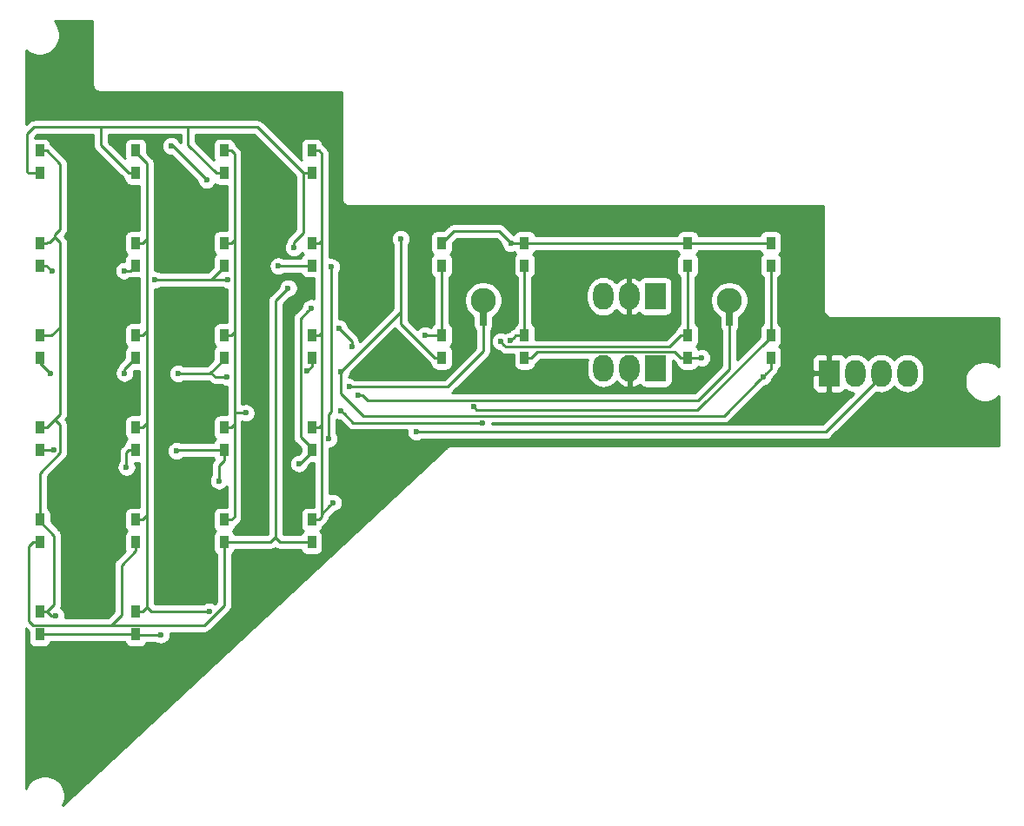
<source format=gbr>
G04 #@! TF.GenerationSoftware,KiCad,Pcbnew,(5.1.4-0-10_14)*
G04 #@! TF.CreationDate,2019-10-31T10:02:22+01:00*
G04 #@! TF.ProjectId,EWI_Right,4557495f-5269-4676-9874-2e6b69636164,-*
G04 #@! TF.SameCoordinates,Original*
G04 #@! TF.FileFunction,Copper,L1,Top*
G04 #@! TF.FilePolarity,Positive*
%FSLAX46Y46*%
G04 Gerber Fmt 4.6, Leading zero omitted, Abs format (unit mm)*
G04 Created by KiCad (PCBNEW (5.1.4-0-10_14)) date 2019-10-31 10:02:22*
%MOMM*%
%LPD*%
G04 APERTURE LIST*
%ADD10C,0.600000*%
%ADD11R,2.000000X2.600000*%
%ADD12O,2.000000X2.600000*%
%ADD13R,0.900000X1.200000*%
%ADD14C,0.867506*%
%ADD15C,0.100000*%
%ADD16R,0.608000X1.090000*%
%ADD17R,1.090000X3.920000*%
%ADD18C,2.450000*%
%ADD19R,0.640000X2.450000*%
%ADD20R,3.920000X1.090000*%
%ADD21C,0.228600*%
%ADD22C,0.254000*%
G04 APERTURE END LIST*
D10*
X163250000Y-66500000D03*
X152060000Y-50870000D03*
X181750000Y-49250000D03*
X181060000Y-53370000D03*
X207560000Y-58870000D03*
X176250000Y-53250000D03*
X151760000Y-42170000D03*
X155560000Y-47370000D03*
X152960000Y-76770000D03*
X145960000Y-55570000D03*
X153760000Y-57270000D03*
X191560000Y-51370000D03*
X172500000Y-68500000D03*
D11*
X215985652Y-61878332D03*
D12*
X218525652Y-61878332D03*
X221065652Y-61878332D03*
X223605652Y-61878332D03*
D11*
X199060000Y-54370000D03*
D12*
X196520000Y-54370000D03*
X193980000Y-54370000D03*
D11*
X199100000Y-61370000D03*
D12*
X196560000Y-61370000D03*
X194020000Y-61370000D03*
D13*
X139108802Y-42377208D03*
X139108802Y-40177208D03*
X139108802Y-51377208D03*
X139108802Y-49177208D03*
X139108802Y-60367208D03*
X139108802Y-58167208D03*
X139108802Y-69357208D03*
X139108802Y-67157208D03*
X139108802Y-78347208D03*
X139108802Y-76147208D03*
X139108802Y-87337208D03*
X139108802Y-85137208D03*
X148458802Y-42377208D03*
X148458802Y-40177208D03*
X148458802Y-51377208D03*
X148458802Y-49177208D03*
X148458802Y-60367208D03*
X148458802Y-58167208D03*
X148458802Y-69357208D03*
X148458802Y-67157208D03*
X148458802Y-78347208D03*
X148458802Y-76147208D03*
X148458802Y-87337208D03*
X148458802Y-85137208D03*
X157068802Y-42377208D03*
X157068802Y-40177208D03*
X157068802Y-51377208D03*
X157068802Y-49177208D03*
X157068802Y-60367208D03*
X157068802Y-58167208D03*
X157068802Y-69357208D03*
X157068802Y-67157208D03*
X157068802Y-78347208D03*
X157068802Y-76147208D03*
X165598802Y-42377208D03*
X165598802Y-40177208D03*
X165598802Y-51377208D03*
X165598802Y-49177208D03*
X165598802Y-60367208D03*
X165598802Y-58167208D03*
X165598802Y-69357208D03*
X165598802Y-67157208D03*
X165598802Y-78347208D03*
X165598802Y-76147208D03*
X178258802Y-49177208D03*
X178258802Y-51377208D03*
X178258802Y-60367208D03*
X178258802Y-58167208D03*
X186328802Y-49177208D03*
X186328802Y-51377208D03*
X186328802Y-60367208D03*
X186328802Y-58167208D03*
X202228802Y-49177208D03*
X202228802Y-51377208D03*
X202228802Y-60367208D03*
X202228802Y-58167208D03*
X210298802Y-49177208D03*
X210298802Y-51377208D03*
X210298802Y-60367208D03*
X210298802Y-58167208D03*
D14*
X203868802Y-56917208D03*
D15*
G36*
X204413802Y-57729708D02*
G01*
X203323802Y-57104708D01*
X203323802Y-56729708D01*
X204413802Y-56104708D01*
X204413802Y-57729708D01*
X204413802Y-57729708D01*
G37*
D14*
X203868802Y-52617208D03*
D15*
G36*
X204413802Y-53429708D02*
G01*
X203323802Y-52804708D01*
X203323802Y-52429708D01*
X204413802Y-51804708D01*
X204413802Y-53429708D01*
X204413802Y-53429708D01*
G37*
D14*
X208668802Y-56917208D03*
D15*
G36*
X208123802Y-56104708D02*
G01*
X209213802Y-56729708D01*
X209213802Y-57104708D01*
X208123802Y-57729708D01*
X208123802Y-56104708D01*
X208123802Y-56104708D01*
G37*
D16*
X204668802Y-57167208D03*
D17*
X208683802Y-54767208D03*
D18*
X206268802Y-54767208D03*
D19*
X206268802Y-56017208D03*
D17*
X203853802Y-54767208D03*
D20*
X206268802Y-52352208D03*
D16*
X207868802Y-57167208D03*
D14*
X208718802Y-52617208D03*
D15*
G36*
X208173802Y-51804708D02*
G01*
X209263802Y-52429708D01*
X209263802Y-52804708D01*
X208173802Y-53429708D01*
X208173802Y-51804708D01*
X208173802Y-51804708D01*
G37*
D14*
X179888802Y-56917208D03*
D15*
G36*
X180433802Y-57729708D02*
G01*
X179343802Y-57104708D01*
X179343802Y-56729708D01*
X180433802Y-56104708D01*
X180433802Y-57729708D01*
X180433802Y-57729708D01*
G37*
D14*
X179888802Y-52617208D03*
D15*
G36*
X180433802Y-53429708D02*
G01*
X179343802Y-52804708D01*
X179343802Y-52429708D01*
X180433802Y-51804708D01*
X180433802Y-53429708D01*
X180433802Y-53429708D01*
G37*
D14*
X184688802Y-56917208D03*
D15*
G36*
X184143802Y-56104708D02*
G01*
X185233802Y-56729708D01*
X185233802Y-57104708D01*
X184143802Y-57729708D01*
X184143802Y-56104708D01*
X184143802Y-56104708D01*
G37*
D16*
X180688802Y-57167208D03*
D17*
X184703802Y-54767208D03*
D18*
X182288802Y-54767208D03*
D19*
X182288802Y-56017208D03*
D17*
X179873802Y-54767208D03*
D20*
X182288802Y-52352208D03*
D16*
X183888802Y-57167208D03*
D14*
X184738802Y-52617208D03*
D15*
G36*
X184193802Y-51804708D02*
G01*
X185283802Y-52429708D01*
X185283802Y-52804708D01*
X184193802Y-53429708D01*
X184193802Y-51804708D01*
X184193802Y-51804708D01*
G37*
D10*
X151910000Y-39720000D03*
X155360000Y-43020000D03*
X175774459Y-67600254D03*
X163862535Y-49632009D03*
X140660000Y-85520000D03*
X184983244Y-49216406D03*
X162349821Y-51415767D03*
X157460000Y-52770000D03*
X150310000Y-52770000D03*
X147310000Y-51870000D03*
X140310000Y-51920000D03*
X152580569Y-61902544D03*
X157380330Y-62253027D03*
X209560317Y-62216771D03*
X165092301Y-61680792D03*
X168437543Y-61699299D03*
X203560000Y-60370000D03*
X174274167Y-48763656D03*
X147360000Y-61870000D03*
X140160000Y-61920000D03*
X152418418Y-69441878D03*
X164355364Y-70690700D03*
X165533587Y-55506902D03*
X156560000Y-72370000D03*
X147560000Y-71020000D03*
X140510000Y-69320000D03*
X163307352Y-53568450D03*
X150910000Y-87370000D03*
X155606466Y-85102071D03*
X159189330Y-65734576D03*
X168469406Y-65535601D03*
X182251686Y-66693631D03*
X167671867Y-74487590D03*
X176643516Y-58162306D03*
X184952197Y-58698058D03*
X184005135Y-58763696D03*
X181360394Y-65130836D03*
X170104166Y-64043656D03*
X169251884Y-63208767D03*
X167250000Y-68250000D03*
X167500000Y-51500000D03*
X168250000Y-57500000D03*
X169500000Y-59250000D03*
D21*
X155360000Y-43020000D02*
X152060000Y-39720000D01*
X152060000Y-39720000D02*
X151910000Y-39720000D01*
X215643730Y-67600254D02*
X176198723Y-67600254D01*
X221065652Y-62178332D02*
X215643730Y-67600254D01*
X221065652Y-61878332D02*
X221065652Y-62178332D01*
X176198723Y-67600254D02*
X175774459Y-67600254D01*
X139108802Y-42377208D02*
X138000000Y-42377208D01*
X138000000Y-42377208D02*
X138000000Y-42364417D01*
X138000000Y-42364417D02*
X137875286Y-42239703D01*
X138565652Y-37878332D02*
X145065652Y-37878332D01*
X137875286Y-42239703D02*
X137875286Y-38568698D01*
X137875286Y-38568698D02*
X138565652Y-37878332D01*
X164814528Y-42377208D02*
X164814528Y-48145990D01*
X164814528Y-48145990D02*
X163857689Y-49102829D01*
X163857689Y-49102829D02*
X163857689Y-49627163D01*
X163857689Y-49627163D02*
X163862535Y-49632009D01*
X145065652Y-37878332D02*
X153565652Y-37878332D01*
X145065652Y-39662658D02*
X145065652Y-37878332D01*
X148458802Y-42377208D02*
X147780202Y-42377208D01*
X147780202Y-42377208D02*
X145065652Y-39662658D01*
X153565652Y-37878332D02*
X160315652Y-37878332D01*
X156315652Y-42378332D02*
X153565652Y-39628332D01*
X153565652Y-39628332D02*
X153565652Y-37878332D01*
X156389078Y-42378332D02*
X156315652Y-42378332D01*
X157068802Y-42377208D02*
X156390202Y-42377208D01*
X156390202Y-42377208D02*
X156389078Y-42378332D01*
X160315652Y-37878332D02*
X164814528Y-42377208D01*
X164814528Y-42377208D02*
X165598802Y-42377208D01*
X141065652Y-65878332D02*
X141065652Y-57370000D01*
X141065652Y-57370000D02*
X141065652Y-49128332D01*
X139108802Y-58167208D02*
X140268444Y-58167208D01*
X140268444Y-58167208D02*
X141065652Y-57370000D01*
X140565652Y-66378332D02*
X141065652Y-65878332D01*
X141065652Y-49128332D02*
X140565652Y-48628332D01*
X140565652Y-48378332D02*
X141065652Y-47878332D01*
X139815652Y-49128332D02*
X140065652Y-49128332D01*
X140065652Y-49128332D02*
X140565652Y-48628332D01*
X140565652Y-66378958D02*
X140565652Y-66378332D01*
X139108802Y-67157208D02*
X139787402Y-67157208D01*
X139787402Y-67157208D02*
X140565652Y-66378958D01*
X139108802Y-85137208D02*
X139660000Y-85137208D01*
X139660000Y-85137208D02*
X139787402Y-85137208D01*
X140660000Y-85520000D02*
X140235736Y-85520000D01*
X140235736Y-85520000D02*
X139852944Y-85137208D01*
X139852944Y-85137208D02*
X139660000Y-85137208D01*
X140510000Y-84414610D02*
X140510000Y-77698406D01*
X140510000Y-77698406D02*
X139108802Y-76297208D01*
X139108802Y-76297208D02*
X139108802Y-76147208D01*
X139787402Y-85137208D02*
X140510000Y-84414610D01*
X139108802Y-75318608D02*
X139108802Y-76147208D01*
X139108802Y-71597510D02*
X139108802Y-75318608D01*
X141102102Y-69604210D02*
X139108802Y-71597510D01*
X140565652Y-66378332D02*
X141102102Y-66914782D01*
X141102102Y-66914782D02*
X141102102Y-69604210D01*
X140565652Y-48378332D02*
X140565652Y-48628332D01*
X139108802Y-40177208D02*
X139787402Y-40177208D01*
X139787402Y-40177208D02*
X141065652Y-41455458D01*
X141065652Y-41455458D02*
X141065652Y-47878332D01*
X139815652Y-49128332D02*
X139815652Y-49148958D01*
X139815652Y-49148958D02*
X139787402Y-49177208D01*
X139787402Y-49177208D02*
X139108802Y-49177208D01*
X185060000Y-49177208D02*
X183881270Y-47998478D01*
X183881270Y-47998478D02*
X179437532Y-47998478D01*
X179437532Y-47998478D02*
X178258802Y-49177208D01*
X185020802Y-49216406D02*
X184983244Y-49216406D01*
X185060000Y-49177208D02*
X185020802Y-49216406D01*
X186328802Y-49177208D02*
X187007402Y-49177208D01*
X187007402Y-49177208D02*
X202228802Y-49177208D01*
X162388380Y-51377208D02*
X162349821Y-51415767D01*
X165598802Y-51377208D02*
X162388380Y-51377208D01*
X186328802Y-49177208D02*
X185060000Y-49177208D01*
X155826010Y-52770000D02*
X157460000Y-52770000D01*
X150310000Y-52770000D02*
X155826010Y-52770000D01*
X155826010Y-52770000D02*
X157068802Y-51527208D01*
X157068802Y-51527208D02*
X157068802Y-51377208D01*
X147310000Y-51870000D02*
X147966010Y-51870000D01*
X147966010Y-51870000D02*
X148458802Y-51377208D01*
X139108802Y-51377208D02*
X139767208Y-51377208D01*
X139767208Y-51377208D02*
X140310000Y-51920000D01*
X210298802Y-49177208D02*
X209620202Y-49177208D01*
X209620202Y-49177208D02*
X202228802Y-49177208D01*
X153004833Y-61902544D02*
X152580569Y-61902544D01*
X155766010Y-61820000D02*
X155683466Y-61902544D01*
X155683466Y-61902544D02*
X153004833Y-61902544D01*
X168437543Y-61699299D02*
X168437543Y-63807843D01*
X168437543Y-63807843D02*
X170635258Y-66005558D01*
X205771530Y-66005558D02*
X209260318Y-62516770D01*
X170635258Y-66005558D02*
X205771530Y-66005558D01*
X209260318Y-62516770D02*
X209560317Y-62216771D01*
X156199037Y-62253027D02*
X156956066Y-62253027D01*
X155766010Y-61820000D02*
X156199037Y-62253027D01*
X156956066Y-62253027D02*
X157380330Y-62253027D01*
X186328802Y-60367208D02*
X187007402Y-60367208D01*
X187007402Y-60367208D02*
X187596720Y-59777890D01*
X187596720Y-59777890D02*
X200960884Y-59777890D01*
X200960884Y-59777890D02*
X201550202Y-60367208D01*
X201550202Y-60367208D02*
X202228802Y-60367208D01*
X209860316Y-61916772D02*
X209560317Y-62216771D01*
X210298802Y-61478286D02*
X209860316Y-61916772D01*
X210298802Y-60367208D02*
X210298802Y-61478286D01*
X165113818Y-61680792D02*
X165092301Y-61680792D01*
X165598802Y-61195808D02*
X165113818Y-61680792D01*
X165598802Y-60367208D02*
X165598802Y-61195808D01*
X168737542Y-61399300D02*
X168437543Y-61699299D01*
X174274167Y-55862675D02*
X168737542Y-61399300D01*
X174274167Y-48763656D02*
X174274167Y-55862675D01*
X202228802Y-60367208D02*
X203557208Y-60367208D01*
X203557208Y-60367208D02*
X203560000Y-60370000D01*
X178258802Y-60367208D02*
X177580202Y-60367208D01*
X177580202Y-60367208D02*
X174274167Y-57061173D01*
X174274167Y-57061173D02*
X174274167Y-48763656D01*
X155766010Y-61820000D02*
X157068802Y-60517208D01*
X157068802Y-60517208D02*
X157068802Y-60367208D01*
X147360000Y-61870000D02*
X147360000Y-61466010D01*
X147360000Y-61466010D02*
X148458802Y-60367208D01*
X139108802Y-60367208D02*
X139108802Y-60868802D01*
X139108802Y-60868802D02*
X140160000Y-61920000D01*
X157068802Y-69357208D02*
X152503088Y-69357208D01*
X152503088Y-69357208D02*
X152418418Y-69441878D01*
X164415310Y-70690700D02*
X164355364Y-70690700D01*
X165598802Y-69507208D02*
X164415310Y-70690700D01*
X165598802Y-69357208D02*
X165598802Y-69507208D01*
X165598802Y-69207208D02*
X164500191Y-68108597D01*
X164500191Y-68108597D02*
X164500191Y-56540298D01*
X165598802Y-69357208D02*
X165598802Y-69207208D01*
X164500191Y-56540298D02*
X165233588Y-55806901D01*
X165233588Y-55806901D02*
X165533587Y-55506902D01*
X156560000Y-70870000D02*
X157068802Y-70361198D01*
X157068802Y-70361198D02*
X157068802Y-69357208D01*
X156560000Y-72370000D02*
X156560000Y-70870000D01*
X147560000Y-71020000D02*
X147560000Y-69577410D01*
X147560000Y-69577410D02*
X147780202Y-69357208D01*
X147780202Y-69357208D02*
X148458802Y-69357208D01*
X139108802Y-69357208D02*
X140472792Y-69357208D01*
X140472792Y-69357208D02*
X140510000Y-69320000D01*
X146065652Y-86445107D02*
X138500000Y-86445107D01*
X138500000Y-86434348D02*
X138065652Y-86000000D01*
X138065652Y-86000000D02*
X138065652Y-78711758D01*
X138500000Y-86445107D02*
X138500000Y-86434348D01*
X163007353Y-53868449D02*
X163307352Y-53568450D01*
X162060000Y-77870000D02*
X162060000Y-54815802D01*
X162060000Y-54815802D02*
X163007353Y-53868449D01*
X161560000Y-78347208D02*
X157068802Y-78347208D01*
X162060000Y-77870000D02*
X162037208Y-77870000D01*
X162037208Y-77870000D02*
X161560000Y-78347208D01*
X165598802Y-78347208D02*
X162560000Y-78347208D01*
X162560000Y-78347208D02*
X162537208Y-78347208D01*
X162537208Y-78347208D02*
X162060000Y-77870000D01*
X155139742Y-86445107D02*
X146065652Y-86445107D01*
X157068802Y-78347208D02*
X157068802Y-84516047D01*
X157068802Y-84516047D02*
X155139742Y-86445107D01*
X138065652Y-78711758D02*
X138430202Y-78347208D01*
X138430202Y-78347208D02*
X139108802Y-78347208D01*
X147065652Y-80568958D02*
X147065652Y-85445107D01*
X147065652Y-85445107D02*
X146065652Y-86445107D01*
X148458802Y-78347208D02*
X148458802Y-79175808D01*
X148458802Y-79175808D02*
X147065652Y-80568958D01*
X148458802Y-87337208D02*
X139108802Y-87337208D01*
X150910000Y-87370000D02*
X148491594Y-87370000D01*
X148491594Y-87370000D02*
X148458802Y-87337208D01*
X149565652Y-41434058D02*
X149565652Y-48870000D01*
X149565652Y-48870000D02*
X149565652Y-57628332D01*
X148458802Y-49177208D02*
X149137402Y-49177208D01*
X149137402Y-49177208D02*
X149444610Y-48870000D01*
X149444610Y-48870000D02*
X149565652Y-48870000D01*
X155182202Y-85102071D02*
X155606466Y-85102071D01*
X149958765Y-85102071D02*
X155182202Y-85102071D01*
X149565652Y-84708958D02*
X149958765Y-85102071D01*
X149565652Y-57628332D02*
X149565652Y-66628332D01*
X148458802Y-58167208D02*
X149137402Y-58167208D01*
X149137402Y-58167208D02*
X149565652Y-57738958D01*
X149565652Y-57738958D02*
X149565652Y-57628332D01*
X149565652Y-66628332D02*
X149565652Y-75628332D01*
X148458802Y-67157208D02*
X149137402Y-67157208D01*
X149137402Y-67157208D02*
X149565652Y-66728958D01*
X149565652Y-66728958D02*
X149565652Y-66628332D01*
X149565652Y-75628332D02*
X149565652Y-83201758D01*
X148458802Y-76147208D02*
X149137402Y-76147208D01*
X149137402Y-76147208D02*
X149565652Y-75718958D01*
X149565652Y-75718958D02*
X149565652Y-75628332D01*
X148458802Y-40177208D02*
X148458802Y-40327208D01*
X148458802Y-40327208D02*
X149565652Y-41434058D01*
X149565652Y-83201758D02*
X149565450Y-83201960D01*
X149565450Y-83201960D02*
X149565450Y-83602772D01*
X149565652Y-83602974D02*
X149565652Y-84708958D01*
X149565450Y-83602772D02*
X149565652Y-83602974D01*
X149565652Y-84708958D02*
X149137402Y-85137208D01*
X149137402Y-85137208D02*
X148458802Y-85137208D01*
X158765066Y-65734576D02*
X159189330Y-65734576D01*
X158080228Y-65734576D02*
X158765066Y-65734576D01*
X158065652Y-65720000D02*
X158080228Y-65734576D01*
X168769405Y-65835600D02*
X168469406Y-65535601D01*
X169627436Y-66693631D02*
X168769405Y-65835600D01*
X182251686Y-66693631D02*
X169627436Y-66693631D01*
X158065652Y-57628332D02*
X158065652Y-65720000D01*
X158065652Y-65720000D02*
X158065652Y-66878332D01*
X158065652Y-40495458D02*
X158065652Y-48628332D01*
X158065652Y-48628332D02*
X158065652Y-57628332D01*
X157068802Y-49177208D02*
X157747402Y-49177208D01*
X157747402Y-49177208D02*
X158065652Y-48858958D01*
X158065652Y-48858958D02*
X158065652Y-48628332D01*
X157068802Y-58167208D02*
X157747402Y-58167208D01*
X157747402Y-58167208D02*
X158065652Y-57848958D01*
X158065652Y-57848958D02*
X158065652Y-57628332D01*
X158065652Y-66878332D02*
X158065652Y-75878332D01*
X157068802Y-67157208D02*
X157747402Y-67157208D01*
X157747402Y-67157208D02*
X158026278Y-66878332D01*
X158026278Y-66878332D02*
X158065652Y-66878332D01*
X158065652Y-75878332D02*
X157796776Y-76147208D01*
X157796776Y-76147208D02*
X157068802Y-76147208D01*
X157068802Y-40177208D02*
X157747402Y-40177208D01*
X157747402Y-40177208D02*
X158065652Y-40495458D01*
X167371868Y-74787589D02*
X167671867Y-74487590D01*
X166565652Y-75593805D02*
X167371868Y-74787589D01*
X166565652Y-75720000D02*
X166565652Y-75593805D01*
X166565652Y-66878332D02*
X166565652Y-75720000D01*
X166565652Y-75720000D02*
X166565652Y-75878332D01*
X166565652Y-40465458D02*
X166565652Y-48878332D01*
X166565652Y-48878332D02*
X166565652Y-57878332D01*
X165598802Y-49177208D02*
X166277402Y-49177208D01*
X166277402Y-49177208D02*
X166565652Y-48888958D01*
X166565652Y-48888958D02*
X166565652Y-48878332D01*
X166565652Y-57878332D02*
X166565652Y-66878332D01*
X165598802Y-58167208D02*
X166277402Y-58167208D01*
X166565652Y-57878958D02*
X166565652Y-57878332D01*
X166277402Y-58167208D02*
X166565652Y-57878958D01*
X165598802Y-67157208D02*
X166277402Y-67157208D01*
X166277402Y-67157208D02*
X166556278Y-66878332D01*
X166556278Y-66878332D02*
X166565652Y-66878332D01*
X165598802Y-40177208D02*
X166277402Y-40177208D01*
X166277402Y-40177208D02*
X166565652Y-40465458D01*
X166565652Y-75878332D02*
X166296776Y-76147208D01*
X166296776Y-76147208D02*
X165598802Y-76147208D01*
X178258802Y-58167208D02*
X176648418Y-58167208D01*
X176648418Y-58167208D02*
X176643516Y-58162306D01*
X178258802Y-51377208D02*
X178258802Y-58167208D01*
X185252196Y-58398059D02*
X184952197Y-58698058D01*
X185483047Y-58167208D02*
X185252196Y-58398059D01*
X186328802Y-58167208D02*
X185483047Y-58167208D01*
X186328802Y-51377208D02*
X186328802Y-52205808D01*
X186328802Y-52205808D02*
X186328802Y-58167208D01*
X202228802Y-58167208D02*
X201550202Y-58167208D01*
X201550202Y-58167208D02*
X200412055Y-59305355D01*
X200412055Y-59305355D02*
X184546794Y-59305355D01*
X184546794Y-59305355D02*
X184305134Y-59063695D01*
X184305134Y-59063695D02*
X184005135Y-58763696D01*
X202228802Y-58167208D02*
X202228802Y-51377208D01*
X181660393Y-65430835D02*
X181360394Y-65130836D01*
X203181106Y-65434904D02*
X181664462Y-65434904D01*
X181664462Y-65434904D02*
X181660393Y-65430835D01*
X210298802Y-58317208D02*
X203181106Y-65434904D01*
X210298802Y-58167208D02*
X210298802Y-58317208D01*
X210298802Y-58167208D02*
X210298802Y-57338608D01*
X210298802Y-57338608D02*
X210298802Y-51377208D01*
X203187323Y-64538726D02*
X171023500Y-64538726D01*
X206268802Y-56017208D02*
X206268802Y-61457247D01*
X206268802Y-61457247D02*
X203187323Y-64538726D01*
X171023500Y-64538726D02*
X170528430Y-64043656D01*
X170528430Y-64043656D02*
X170104166Y-64043656D01*
X206268802Y-54767208D02*
X206268802Y-56017208D01*
X169676148Y-63208767D02*
X169251884Y-63208767D01*
X178818279Y-63208767D02*
X169676148Y-63208767D01*
X182288802Y-59738244D02*
X178818279Y-63208767D01*
X182288802Y-56017208D02*
X182288802Y-59738244D01*
X182288802Y-54767208D02*
X182288802Y-56017208D01*
X167250000Y-67825736D02*
X167250000Y-68250000D01*
X167500000Y-65588822D02*
X167250000Y-65838822D01*
X167500000Y-51500000D02*
X167500000Y-65588822D01*
X167250000Y-65838822D02*
X167250000Y-67825736D01*
X169500000Y-59250000D02*
X169500000Y-58750000D01*
X169500000Y-58750000D02*
X168250000Y-57500000D01*
D22*
G36*
X144241412Y-27553073D02*
G01*
X144248265Y-33735061D01*
X144244988Y-33768332D01*
X144248340Y-33802360D01*
X144248340Y-33802738D01*
X144251599Y-33835451D01*
X144258214Y-33902615D01*
X144258326Y-33902986D01*
X144258364Y-33903363D01*
X144277701Y-33966854D01*
X144297383Y-34031738D01*
X144297566Y-34032080D01*
X144297676Y-34032442D01*
X144329013Y-34090915D01*
X144360990Y-34150739D01*
X144361236Y-34151038D01*
X144361415Y-34151373D01*
X144403755Y-34202847D01*
X144446591Y-34255043D01*
X144446888Y-34255287D01*
X144447131Y-34255582D01*
X144498709Y-34297816D01*
X144550895Y-34340644D01*
X144551236Y-34340826D01*
X144551530Y-34341067D01*
X144610094Y-34372286D01*
X144669896Y-34404251D01*
X144670268Y-34404364D01*
X144670602Y-34404542D01*
X144734205Y-34423759D01*
X144799019Y-34443420D01*
X144799404Y-34443458D01*
X144799768Y-34443568D01*
X144866052Y-34450022D01*
X144899655Y-34453332D01*
X144900041Y-34453332D01*
X144934065Y-34456645D01*
X144967323Y-34453332D01*
X168510653Y-34453332D01*
X168510652Y-44854707D01*
X168507339Y-44888356D01*
X168510652Y-44921978D01*
X168520564Y-45022614D01*
X168520568Y-45022626D01*
X168520569Y-45022639D01*
X168538621Y-45082140D01*
X168559733Y-45151737D01*
X168559740Y-45151750D01*
X168559743Y-45151760D01*
X168588526Y-45205606D01*
X168623340Y-45270738D01*
X168623348Y-45270748D01*
X168623354Y-45270759D01*
X168663840Y-45320087D01*
X168708941Y-45375042D01*
X168708951Y-45375050D01*
X168708959Y-45375060D01*
X168754073Y-45412082D01*
X168813245Y-45460644D01*
X168813260Y-45460652D01*
X168813266Y-45460657D01*
X168854945Y-45482933D01*
X168932246Y-45524251D01*
X168932260Y-45524255D01*
X168932269Y-45524260D01*
X168978860Y-45538391D01*
X169061369Y-45563420D01*
X169061386Y-45563422D01*
X169061394Y-45563424D01*
X169113150Y-45568520D01*
X169195652Y-45576646D01*
X169229313Y-45573331D01*
X215440653Y-45571680D01*
X215440652Y-55734685D01*
X215437338Y-55768332D01*
X215450564Y-55902615D01*
X215489733Y-56031738D01*
X215553340Y-56150739D01*
X215638941Y-56255043D01*
X215741606Y-56339299D01*
X215743245Y-56340644D01*
X215862246Y-56404251D01*
X215991369Y-56443420D01*
X216125652Y-56456646D01*
X216159299Y-56453332D01*
X232513302Y-56453332D01*
X232513302Y-61208767D01*
X232431016Y-61126481D01*
X232105902Y-60909247D01*
X231744655Y-60759614D01*
X231361157Y-60683332D01*
X230970147Y-60683332D01*
X230586649Y-60759614D01*
X230225402Y-60909247D01*
X229900288Y-61126481D01*
X229623801Y-61402968D01*
X229406567Y-61728082D01*
X229256934Y-62089329D01*
X229180652Y-62472827D01*
X229180652Y-62863837D01*
X229256934Y-63247335D01*
X229406567Y-63608582D01*
X229623801Y-63933696D01*
X229900288Y-64210183D01*
X230225402Y-64427417D01*
X230586649Y-64577050D01*
X230970147Y-64653332D01*
X231361157Y-64653332D01*
X231744655Y-64577050D01*
X232105902Y-64427417D01*
X232431016Y-64210183D01*
X232513303Y-64127896D01*
X232513303Y-68884110D01*
X179287549Y-68884110D01*
X179265816Y-68881208D01*
X179220249Y-68884110D01*
X179208377Y-68884110D01*
X179186655Y-68886249D01*
X179131156Y-68889784D01*
X179119622Y-68892852D01*
X179107741Y-68894022D01*
X179054499Y-68910173D01*
X179000756Y-68924467D01*
X178990044Y-68929725D01*
X178978618Y-68933191D01*
X178929554Y-68959416D01*
X178879628Y-68983922D01*
X178870145Y-68991171D01*
X178859617Y-68996798D01*
X178816629Y-69032078D01*
X178799288Y-69045333D01*
X178790606Y-69053434D01*
X178755313Y-69082399D01*
X178741404Y-69099346D01*
X141376516Y-103966002D01*
X141504370Y-103657335D01*
X141580652Y-103273837D01*
X141580652Y-102882827D01*
X141504370Y-102499329D01*
X141354737Y-102138082D01*
X141137503Y-101812968D01*
X140861016Y-101536481D01*
X140535902Y-101319247D01*
X140174655Y-101169614D01*
X139791157Y-101093332D01*
X139400147Y-101093332D01*
X139016649Y-101169614D01*
X138655402Y-101319247D01*
X138330288Y-101536481D01*
X138053801Y-101812968D01*
X137836567Y-102138082D01*
X137744302Y-102360830D01*
X137744302Y-86738319D01*
X137894899Y-86888917D01*
X137967602Y-86977505D01*
X138020730Y-87021106D01*
X138020730Y-87937208D01*
X138032990Y-88061690D01*
X138069300Y-88181388D01*
X138128265Y-88291702D01*
X138207617Y-88388393D01*
X138304308Y-88467745D01*
X138414622Y-88526710D01*
X138534320Y-88563020D01*
X138658802Y-88575280D01*
X139558802Y-88575280D01*
X139683284Y-88563020D01*
X139802982Y-88526710D01*
X139913296Y-88467745D01*
X140009987Y-88388393D01*
X140089339Y-88291702D01*
X140148304Y-88181388D01*
X140177086Y-88086508D01*
X147390518Y-88086508D01*
X147419300Y-88181388D01*
X147478265Y-88291702D01*
X147557617Y-88388393D01*
X147654308Y-88467745D01*
X147764622Y-88526710D01*
X147884320Y-88563020D01*
X148008802Y-88575280D01*
X148908802Y-88575280D01*
X149033284Y-88563020D01*
X149152982Y-88526710D01*
X149263296Y-88467745D01*
X149359987Y-88388393D01*
X149439339Y-88291702D01*
X149498304Y-88181388D01*
X149517138Y-88119300D01*
X150348451Y-88119300D01*
X150467111Y-88198586D01*
X150637271Y-88269068D01*
X150817911Y-88305000D01*
X151002089Y-88305000D01*
X151182729Y-88269068D01*
X151352889Y-88198586D01*
X151506028Y-88096262D01*
X151636262Y-87966028D01*
X151738586Y-87812889D01*
X151809068Y-87642729D01*
X151845000Y-87462089D01*
X151845000Y-87277911D01*
X151828390Y-87194407D01*
X155102947Y-87194407D01*
X155139742Y-87198031D01*
X155176537Y-87194407D01*
X155176548Y-87194407D01*
X155286630Y-87183565D01*
X155427874Y-87140719D01*
X155558045Y-87071141D01*
X155672140Y-86977505D01*
X155695605Y-86948913D01*
X157572619Y-85071901D01*
X157601200Y-85048445D01*
X157624656Y-85019864D01*
X157624663Y-85019857D01*
X157694836Y-84934351D01*
X157764414Y-84804179D01*
X157782134Y-84745764D01*
X157807260Y-84662935D01*
X157818102Y-84552853D01*
X157818102Y-84552843D01*
X157821726Y-84516047D01*
X157818102Y-84479251D01*
X157818102Y-79507247D01*
X157873296Y-79477745D01*
X157969987Y-79398393D01*
X158049339Y-79301702D01*
X158108304Y-79191388D01*
X158137086Y-79096508D01*
X161523205Y-79096508D01*
X161560000Y-79100132D01*
X161596795Y-79096508D01*
X161596806Y-79096508D01*
X161706888Y-79085666D01*
X161848132Y-79042820D01*
X161978303Y-78973242D01*
X162048604Y-78915547D01*
X162067696Y-78931216D01*
X162118904Y-78973242D01*
X162223071Y-79028920D01*
X162249076Y-79042820D01*
X162390320Y-79085666D01*
X162500402Y-79096508D01*
X162500411Y-79096508D01*
X162537207Y-79100132D01*
X162574003Y-79096508D01*
X164530518Y-79096508D01*
X164559300Y-79191388D01*
X164618265Y-79301702D01*
X164697617Y-79398393D01*
X164794308Y-79477745D01*
X164904622Y-79536710D01*
X165024320Y-79573020D01*
X165148802Y-79585280D01*
X166048802Y-79585280D01*
X166173284Y-79573020D01*
X166292982Y-79536710D01*
X166403296Y-79477745D01*
X166499987Y-79398393D01*
X166579339Y-79301702D01*
X166638304Y-79191388D01*
X166674614Y-79071690D01*
X166686874Y-78947208D01*
X166686874Y-77747208D01*
X166674614Y-77622726D01*
X166638304Y-77503028D01*
X166579339Y-77392714D01*
X166499987Y-77296023D01*
X166440506Y-77247208D01*
X166499987Y-77198393D01*
X166579339Y-77101702D01*
X166638304Y-76991388D01*
X166674614Y-76871690D01*
X166682600Y-76790602D01*
X166715079Y-76773242D01*
X166829174Y-76679606D01*
X166852639Y-76651014D01*
X167069458Y-76434195D01*
X167098050Y-76410730D01*
X167191686Y-76296635D01*
X167261264Y-76166463D01*
X167304110Y-76025219D01*
X167314952Y-75915137D01*
X167314952Y-75915129D01*
X167316149Y-75902978D01*
X167804628Y-75414500D01*
X167944596Y-75386658D01*
X168114756Y-75316176D01*
X168267895Y-75213852D01*
X168398129Y-75083618D01*
X168500453Y-74930479D01*
X168570935Y-74760319D01*
X168606867Y-74579679D01*
X168606867Y-74395501D01*
X168570935Y-74214861D01*
X168500453Y-74044701D01*
X168398129Y-73891562D01*
X168267895Y-73761328D01*
X168114756Y-73659004D01*
X167944596Y-73588522D01*
X167763956Y-73552590D01*
X167579778Y-73552590D01*
X167399138Y-73588522D01*
X167314952Y-73623393D01*
X167314952Y-69185000D01*
X167342089Y-69185000D01*
X167522729Y-69149068D01*
X167692889Y-69078586D01*
X167846028Y-68976262D01*
X167976262Y-68846028D01*
X168078586Y-68692889D01*
X168149068Y-68522729D01*
X168185000Y-68342089D01*
X168185000Y-68157911D01*
X168149068Y-67977271D01*
X168078586Y-67807111D01*
X167999300Y-67688451D01*
X167999300Y-66346001D01*
X168026517Y-66364187D01*
X168196677Y-66434669D01*
X168336647Y-66462511D01*
X169071577Y-67197442D01*
X169095038Y-67226029D01*
X169123624Y-67249489D01*
X169123626Y-67249491D01*
X169209132Y-67319665D01*
X169234240Y-67333085D01*
X169339304Y-67389243D01*
X169480548Y-67432089D01*
X169590630Y-67442931D01*
X169590639Y-67442931D01*
X169627435Y-67446555D01*
X169664231Y-67442931D01*
X174852435Y-67442931D01*
X174839459Y-67508165D01*
X174839459Y-67692343D01*
X174875391Y-67872983D01*
X174945873Y-68043143D01*
X175048197Y-68196282D01*
X175178431Y-68326516D01*
X175331570Y-68428840D01*
X175501730Y-68499322D01*
X175682370Y-68535254D01*
X175866548Y-68535254D01*
X176047188Y-68499322D01*
X176217348Y-68428840D01*
X176336008Y-68349554D01*
X215606935Y-68349554D01*
X215643730Y-68353178D01*
X215680525Y-68349554D01*
X215680536Y-68349554D01*
X215790618Y-68338712D01*
X215931862Y-68295866D01*
X216062033Y-68226288D01*
X216176128Y-68132652D01*
X216199593Y-68104060D01*
X220567780Y-63735874D01*
X220745137Y-63789675D01*
X221065652Y-63821243D01*
X221386168Y-63789675D01*
X221694367Y-63696184D01*
X221978404Y-63544363D01*
X222227366Y-63340046D01*
X222335652Y-63208099D01*
X222443938Y-63340046D01*
X222692901Y-63544363D01*
X222976938Y-63696184D01*
X223285137Y-63789675D01*
X223605652Y-63821243D01*
X223926168Y-63789675D01*
X224234367Y-63696184D01*
X224518404Y-63544363D01*
X224767366Y-63340046D01*
X224971683Y-63091084D01*
X225123504Y-62807047D01*
X225216995Y-62498847D01*
X225240652Y-62258653D01*
X225240652Y-61498010D01*
X225216995Y-61257816D01*
X225123504Y-60949617D01*
X224971683Y-60665580D01*
X224767366Y-60416618D01*
X224518403Y-60212301D01*
X224234366Y-60060480D01*
X223926167Y-59966989D01*
X223605652Y-59935421D01*
X223285136Y-59966989D01*
X222976937Y-60060480D01*
X222692900Y-60212301D01*
X222443938Y-60416618D01*
X222335652Y-60548566D01*
X222227366Y-60416618D01*
X221978403Y-60212301D01*
X221694366Y-60060480D01*
X221386167Y-59966989D01*
X221065652Y-59935421D01*
X220745136Y-59966989D01*
X220436937Y-60060480D01*
X220152900Y-60212301D01*
X219903938Y-60416618D01*
X219795652Y-60548566D01*
X219687366Y-60416618D01*
X219438403Y-60212301D01*
X219154366Y-60060480D01*
X218846167Y-59966989D01*
X218525652Y-59935421D01*
X218205136Y-59966989D01*
X217896937Y-60060480D01*
X217612900Y-60212301D01*
X217541391Y-60270987D01*
X217516189Y-60223838D01*
X217436837Y-60127147D01*
X217340146Y-60047795D01*
X217229832Y-59988830D01*
X217110134Y-59952520D01*
X216985652Y-59940260D01*
X216271402Y-59943332D01*
X216112652Y-60102082D01*
X216112652Y-61751332D01*
X216132652Y-61751332D01*
X216132652Y-62005332D01*
X216112652Y-62005332D01*
X216112652Y-63654582D01*
X216271402Y-63813332D01*
X216985652Y-63816404D01*
X217110134Y-63804144D01*
X217229832Y-63767834D01*
X217340146Y-63708869D01*
X217436837Y-63629517D01*
X217516189Y-63532826D01*
X217541391Y-63485677D01*
X217612901Y-63544363D01*
X217896938Y-63696184D01*
X218205137Y-63789675D01*
X218377648Y-63806666D01*
X215333361Y-66850954D01*
X183173710Y-66850954D01*
X183186686Y-66785720D01*
X183186686Y-66754858D01*
X205734735Y-66754858D01*
X205771530Y-66758482D01*
X205808325Y-66754858D01*
X205808336Y-66754858D01*
X205918418Y-66744016D01*
X206059662Y-66701170D01*
X206189833Y-66631592D01*
X206303928Y-66537956D01*
X206327393Y-66509364D01*
X209658425Y-63178332D01*
X214347580Y-63178332D01*
X214359840Y-63302814D01*
X214396150Y-63422512D01*
X214455115Y-63532826D01*
X214534467Y-63629517D01*
X214631158Y-63708869D01*
X214741472Y-63767834D01*
X214861170Y-63804144D01*
X214985652Y-63816404D01*
X215699902Y-63813332D01*
X215858652Y-63654582D01*
X215858652Y-62005332D01*
X214509402Y-62005332D01*
X214350652Y-62164082D01*
X214347580Y-63178332D01*
X209658425Y-63178332D01*
X209693077Y-63143681D01*
X209833046Y-63115839D01*
X210003206Y-63045357D01*
X210156345Y-62943033D01*
X210286579Y-62812799D01*
X210388903Y-62659660D01*
X210459385Y-62489500D01*
X210487227Y-62349530D01*
X210802608Y-62034149D01*
X210831200Y-62010684D01*
X210896023Y-61931698D01*
X210924836Y-61896590D01*
X210994414Y-61766418D01*
X210999297Y-61750321D01*
X211037260Y-61625174D01*
X211046838Y-61527923D01*
X211103296Y-61497745D01*
X211199987Y-61418393D01*
X211279339Y-61321702D01*
X211338304Y-61211388D01*
X211374614Y-61091690D01*
X211386874Y-60967208D01*
X211386874Y-60578332D01*
X214347580Y-60578332D01*
X214350652Y-61592582D01*
X214509402Y-61751332D01*
X215858652Y-61751332D01*
X215858652Y-60102082D01*
X215699902Y-59943332D01*
X214985652Y-59940260D01*
X214861170Y-59952520D01*
X214741472Y-59988830D01*
X214631158Y-60047795D01*
X214534467Y-60127147D01*
X214455115Y-60223838D01*
X214396150Y-60334152D01*
X214359840Y-60453850D01*
X214347580Y-60578332D01*
X211386874Y-60578332D01*
X211386874Y-59767208D01*
X211374614Y-59642726D01*
X211338304Y-59523028D01*
X211279339Y-59412714D01*
X211199987Y-59316023D01*
X211140506Y-59267208D01*
X211199987Y-59218393D01*
X211279339Y-59121702D01*
X211338304Y-59011388D01*
X211374614Y-58891690D01*
X211386874Y-58767208D01*
X211386874Y-57567208D01*
X211374614Y-57442726D01*
X211338304Y-57323028D01*
X211279339Y-57212714D01*
X211199987Y-57116023D01*
X211103296Y-57036671D01*
X211048102Y-57007169D01*
X211048102Y-52537247D01*
X211103296Y-52507745D01*
X211199987Y-52428393D01*
X211279339Y-52331702D01*
X211338304Y-52221388D01*
X211374614Y-52101690D01*
X211386874Y-51977208D01*
X211386874Y-50777208D01*
X211374614Y-50652726D01*
X211338304Y-50533028D01*
X211279339Y-50422714D01*
X211199987Y-50326023D01*
X211140506Y-50277208D01*
X211199987Y-50228393D01*
X211279339Y-50131702D01*
X211338304Y-50021388D01*
X211374614Y-49901690D01*
X211386874Y-49777208D01*
X211386874Y-48577208D01*
X211374614Y-48452726D01*
X211338304Y-48333028D01*
X211279339Y-48222714D01*
X211199987Y-48126023D01*
X211103296Y-48046671D01*
X210992982Y-47987706D01*
X210873284Y-47951396D01*
X210748802Y-47939136D01*
X209848802Y-47939136D01*
X209724320Y-47951396D01*
X209604622Y-47987706D01*
X209494308Y-48046671D01*
X209397617Y-48126023D01*
X209318265Y-48222714D01*
X209259300Y-48333028D01*
X209230518Y-48427908D01*
X203297086Y-48427908D01*
X203268304Y-48333028D01*
X203209339Y-48222714D01*
X203129987Y-48126023D01*
X203033296Y-48046671D01*
X202922982Y-47987706D01*
X202803284Y-47951396D01*
X202678802Y-47939136D01*
X201778802Y-47939136D01*
X201654320Y-47951396D01*
X201534622Y-47987706D01*
X201424308Y-48046671D01*
X201327617Y-48126023D01*
X201248265Y-48222714D01*
X201189300Y-48333028D01*
X201160518Y-48427908D01*
X187397086Y-48427908D01*
X187368304Y-48333028D01*
X187309339Y-48222714D01*
X187229987Y-48126023D01*
X187133296Y-48046671D01*
X187022982Y-47987706D01*
X186903284Y-47951396D01*
X186778802Y-47939136D01*
X185878802Y-47939136D01*
X185754320Y-47951396D01*
X185634622Y-47987706D01*
X185524308Y-48046671D01*
X185427617Y-48126023D01*
X185348265Y-48222714D01*
X185290125Y-48331484D01*
X185262506Y-48320044D01*
X184437133Y-47494672D01*
X184413668Y-47466080D01*
X184299573Y-47372444D01*
X184169402Y-47302866D01*
X184028158Y-47260020D01*
X183918076Y-47249178D01*
X183918065Y-47249178D01*
X183881270Y-47245554D01*
X183844475Y-47249178D01*
X179474328Y-47249178D01*
X179437532Y-47245554D01*
X179400736Y-47249178D01*
X179400726Y-47249178D01*
X179290644Y-47260020D01*
X179149400Y-47302866D01*
X179019228Y-47372444D01*
X178976473Y-47407533D01*
X178905134Y-47466080D01*
X178881673Y-47494667D01*
X178437204Y-47939136D01*
X177808802Y-47939136D01*
X177684320Y-47951396D01*
X177564622Y-47987706D01*
X177454308Y-48046671D01*
X177357617Y-48126023D01*
X177278265Y-48222714D01*
X177219300Y-48333028D01*
X177182990Y-48452726D01*
X177170730Y-48577208D01*
X177170730Y-49777208D01*
X177182990Y-49901690D01*
X177219300Y-50021388D01*
X177278265Y-50131702D01*
X177357617Y-50228393D01*
X177417098Y-50277208D01*
X177357617Y-50326023D01*
X177278265Y-50422714D01*
X177219300Y-50533028D01*
X177182990Y-50652726D01*
X177170730Y-50777208D01*
X177170730Y-51977208D01*
X177182990Y-52101690D01*
X177219300Y-52221388D01*
X177278265Y-52331702D01*
X177357617Y-52428393D01*
X177454308Y-52507745D01*
X177509502Y-52537247D01*
X177509503Y-57007168D01*
X177454308Y-57036671D01*
X177357617Y-57116023D01*
X177278265Y-57212714D01*
X177219300Y-57323028D01*
X177194206Y-57405750D01*
X177086405Y-57333720D01*
X176916245Y-57263238D01*
X176735605Y-57227306D01*
X176551427Y-57227306D01*
X176370787Y-57263238D01*
X176200627Y-57333720D01*
X176047488Y-57436044D01*
X175917254Y-57566278D01*
X175885887Y-57613223D01*
X175023467Y-56750804D01*
X175023467Y-55899472D01*
X175027091Y-55862676D01*
X175023467Y-55825880D01*
X175023467Y-49325205D01*
X175102753Y-49206545D01*
X175173235Y-49036385D01*
X175209167Y-48855745D01*
X175209167Y-48671567D01*
X175173235Y-48490927D01*
X175102753Y-48320767D01*
X175000429Y-48167628D01*
X174870195Y-48037394D01*
X174717056Y-47935070D01*
X174546896Y-47864588D01*
X174366256Y-47828656D01*
X174182078Y-47828656D01*
X174001438Y-47864588D01*
X173831278Y-47935070D01*
X173678139Y-48037394D01*
X173547905Y-48167628D01*
X173445581Y-48320767D01*
X173375099Y-48490927D01*
X173339167Y-48671567D01*
X173339167Y-48855745D01*
X173375099Y-49036385D01*
X173445581Y-49206545D01*
X173524867Y-49325205D01*
X173524868Y-52314835D01*
X173524867Y-55552305D01*
X170305144Y-58772028D01*
X170246442Y-58684173D01*
X170238458Y-58603112D01*
X170195612Y-58461868D01*
X170182673Y-58437661D01*
X170126034Y-58331696D01*
X170055860Y-58246190D01*
X170055858Y-58246188D01*
X170032398Y-58217602D01*
X170003811Y-58194141D01*
X169176910Y-57367241D01*
X169149068Y-57227271D01*
X169078586Y-57057111D01*
X168976262Y-56903972D01*
X168846028Y-56773738D01*
X168692889Y-56671414D01*
X168522729Y-56600932D01*
X168342089Y-56565000D01*
X168249300Y-56565000D01*
X168249300Y-52061549D01*
X168328586Y-51942889D01*
X168399068Y-51772729D01*
X168435000Y-51592089D01*
X168435000Y-51407911D01*
X168399068Y-51227271D01*
X168328586Y-51057111D01*
X168226262Y-50903972D01*
X168096028Y-50773738D01*
X167942889Y-50671414D01*
X167772729Y-50600932D01*
X167592089Y-50565000D01*
X167407911Y-50565000D01*
X167314952Y-50583491D01*
X167314952Y-48925755D01*
X167318576Y-48888959D01*
X167314952Y-48852163D01*
X167314952Y-40502253D01*
X167318576Y-40465457D01*
X167314952Y-40428661D01*
X167314952Y-40428652D01*
X167304110Y-40318570D01*
X167261264Y-40177326D01*
X167191686Y-40047155D01*
X167098050Y-39933060D01*
X167069459Y-39909596D01*
X166833265Y-39673402D01*
X166809800Y-39644810D01*
X166695705Y-39551174D01*
X166683677Y-39544745D01*
X166674614Y-39452726D01*
X166638304Y-39333028D01*
X166579339Y-39222714D01*
X166499987Y-39126023D01*
X166403296Y-39046671D01*
X166292982Y-38987706D01*
X166173284Y-38951396D01*
X166048802Y-38939136D01*
X165148802Y-38939136D01*
X165024320Y-38951396D01*
X164904622Y-38987706D01*
X164794308Y-39046671D01*
X164697617Y-39126023D01*
X164618265Y-39222714D01*
X164559300Y-39333028D01*
X164522990Y-39452726D01*
X164510730Y-39577208D01*
X164510730Y-40777208D01*
X164522990Y-40901690D01*
X164559300Y-41021388D01*
X164606292Y-41109302D01*
X160871515Y-37374526D01*
X160848050Y-37345934D01*
X160733955Y-37252298D01*
X160603784Y-37182720D01*
X160462540Y-37139874D01*
X160352458Y-37129032D01*
X160352447Y-37129032D01*
X160315652Y-37125408D01*
X160278857Y-37129032D01*
X153602458Y-37129032D01*
X153565652Y-37125407D01*
X153528846Y-37129032D01*
X145102458Y-37129032D01*
X145065652Y-37125407D01*
X145028846Y-37129032D01*
X138602448Y-37129032D01*
X138565652Y-37125408D01*
X138528856Y-37129032D01*
X138528846Y-37129032D01*
X138418764Y-37139874D01*
X138277520Y-37182720D01*
X138147348Y-37252298D01*
X138061842Y-37322472D01*
X138033254Y-37345934D01*
X138009793Y-37374521D01*
X137744302Y-37640012D01*
X137744302Y-30364197D01*
X137830288Y-30450183D01*
X138155402Y-30667417D01*
X138516649Y-30817050D01*
X138900147Y-30893332D01*
X139291157Y-30893332D01*
X139674655Y-30817050D01*
X140035902Y-30667417D01*
X140361016Y-30450183D01*
X140637503Y-30173696D01*
X140854737Y-29848582D01*
X141004370Y-29487335D01*
X141080652Y-29103837D01*
X141080652Y-28712827D01*
X141004370Y-28329329D01*
X140854737Y-27968082D01*
X140637503Y-27642968D01*
X140546212Y-27551677D01*
X144241412Y-27553073D01*
X144241412Y-27553073D01*
G37*
X144241412Y-27553073D02*
X144248265Y-33735061D01*
X144244988Y-33768332D01*
X144248340Y-33802360D01*
X144248340Y-33802738D01*
X144251599Y-33835451D01*
X144258214Y-33902615D01*
X144258326Y-33902986D01*
X144258364Y-33903363D01*
X144277701Y-33966854D01*
X144297383Y-34031738D01*
X144297566Y-34032080D01*
X144297676Y-34032442D01*
X144329013Y-34090915D01*
X144360990Y-34150739D01*
X144361236Y-34151038D01*
X144361415Y-34151373D01*
X144403755Y-34202847D01*
X144446591Y-34255043D01*
X144446888Y-34255287D01*
X144447131Y-34255582D01*
X144498709Y-34297816D01*
X144550895Y-34340644D01*
X144551236Y-34340826D01*
X144551530Y-34341067D01*
X144610094Y-34372286D01*
X144669896Y-34404251D01*
X144670268Y-34404364D01*
X144670602Y-34404542D01*
X144734205Y-34423759D01*
X144799019Y-34443420D01*
X144799404Y-34443458D01*
X144799768Y-34443568D01*
X144866052Y-34450022D01*
X144899655Y-34453332D01*
X144900041Y-34453332D01*
X144934065Y-34456645D01*
X144967323Y-34453332D01*
X168510653Y-34453332D01*
X168510652Y-44854707D01*
X168507339Y-44888356D01*
X168510652Y-44921978D01*
X168520564Y-45022614D01*
X168520568Y-45022626D01*
X168520569Y-45022639D01*
X168538621Y-45082140D01*
X168559733Y-45151737D01*
X168559740Y-45151750D01*
X168559743Y-45151760D01*
X168588526Y-45205606D01*
X168623340Y-45270738D01*
X168623348Y-45270748D01*
X168623354Y-45270759D01*
X168663840Y-45320087D01*
X168708941Y-45375042D01*
X168708951Y-45375050D01*
X168708959Y-45375060D01*
X168754073Y-45412082D01*
X168813245Y-45460644D01*
X168813260Y-45460652D01*
X168813266Y-45460657D01*
X168854945Y-45482933D01*
X168932246Y-45524251D01*
X168932260Y-45524255D01*
X168932269Y-45524260D01*
X168978860Y-45538391D01*
X169061369Y-45563420D01*
X169061386Y-45563422D01*
X169061394Y-45563424D01*
X169113150Y-45568520D01*
X169195652Y-45576646D01*
X169229313Y-45573331D01*
X215440653Y-45571680D01*
X215440652Y-55734685D01*
X215437338Y-55768332D01*
X215450564Y-55902615D01*
X215489733Y-56031738D01*
X215553340Y-56150739D01*
X215638941Y-56255043D01*
X215741606Y-56339299D01*
X215743245Y-56340644D01*
X215862246Y-56404251D01*
X215991369Y-56443420D01*
X216125652Y-56456646D01*
X216159299Y-56453332D01*
X232513302Y-56453332D01*
X232513302Y-61208767D01*
X232431016Y-61126481D01*
X232105902Y-60909247D01*
X231744655Y-60759614D01*
X231361157Y-60683332D01*
X230970147Y-60683332D01*
X230586649Y-60759614D01*
X230225402Y-60909247D01*
X229900288Y-61126481D01*
X229623801Y-61402968D01*
X229406567Y-61728082D01*
X229256934Y-62089329D01*
X229180652Y-62472827D01*
X229180652Y-62863837D01*
X229256934Y-63247335D01*
X229406567Y-63608582D01*
X229623801Y-63933696D01*
X229900288Y-64210183D01*
X230225402Y-64427417D01*
X230586649Y-64577050D01*
X230970147Y-64653332D01*
X231361157Y-64653332D01*
X231744655Y-64577050D01*
X232105902Y-64427417D01*
X232431016Y-64210183D01*
X232513303Y-64127896D01*
X232513303Y-68884110D01*
X179287549Y-68884110D01*
X179265816Y-68881208D01*
X179220249Y-68884110D01*
X179208377Y-68884110D01*
X179186655Y-68886249D01*
X179131156Y-68889784D01*
X179119622Y-68892852D01*
X179107741Y-68894022D01*
X179054499Y-68910173D01*
X179000756Y-68924467D01*
X178990044Y-68929725D01*
X178978618Y-68933191D01*
X178929554Y-68959416D01*
X178879628Y-68983922D01*
X178870145Y-68991171D01*
X178859617Y-68996798D01*
X178816629Y-69032078D01*
X178799288Y-69045333D01*
X178790606Y-69053434D01*
X178755313Y-69082399D01*
X178741404Y-69099346D01*
X141376516Y-103966002D01*
X141504370Y-103657335D01*
X141580652Y-103273837D01*
X141580652Y-102882827D01*
X141504370Y-102499329D01*
X141354737Y-102138082D01*
X141137503Y-101812968D01*
X140861016Y-101536481D01*
X140535902Y-101319247D01*
X140174655Y-101169614D01*
X139791157Y-101093332D01*
X139400147Y-101093332D01*
X139016649Y-101169614D01*
X138655402Y-101319247D01*
X138330288Y-101536481D01*
X138053801Y-101812968D01*
X137836567Y-102138082D01*
X137744302Y-102360830D01*
X137744302Y-86738319D01*
X137894899Y-86888917D01*
X137967602Y-86977505D01*
X138020730Y-87021106D01*
X138020730Y-87937208D01*
X138032990Y-88061690D01*
X138069300Y-88181388D01*
X138128265Y-88291702D01*
X138207617Y-88388393D01*
X138304308Y-88467745D01*
X138414622Y-88526710D01*
X138534320Y-88563020D01*
X138658802Y-88575280D01*
X139558802Y-88575280D01*
X139683284Y-88563020D01*
X139802982Y-88526710D01*
X139913296Y-88467745D01*
X140009987Y-88388393D01*
X140089339Y-88291702D01*
X140148304Y-88181388D01*
X140177086Y-88086508D01*
X147390518Y-88086508D01*
X147419300Y-88181388D01*
X147478265Y-88291702D01*
X147557617Y-88388393D01*
X147654308Y-88467745D01*
X147764622Y-88526710D01*
X147884320Y-88563020D01*
X148008802Y-88575280D01*
X148908802Y-88575280D01*
X149033284Y-88563020D01*
X149152982Y-88526710D01*
X149263296Y-88467745D01*
X149359987Y-88388393D01*
X149439339Y-88291702D01*
X149498304Y-88181388D01*
X149517138Y-88119300D01*
X150348451Y-88119300D01*
X150467111Y-88198586D01*
X150637271Y-88269068D01*
X150817911Y-88305000D01*
X151002089Y-88305000D01*
X151182729Y-88269068D01*
X151352889Y-88198586D01*
X151506028Y-88096262D01*
X151636262Y-87966028D01*
X151738586Y-87812889D01*
X151809068Y-87642729D01*
X151845000Y-87462089D01*
X151845000Y-87277911D01*
X151828390Y-87194407D01*
X155102947Y-87194407D01*
X155139742Y-87198031D01*
X155176537Y-87194407D01*
X155176548Y-87194407D01*
X155286630Y-87183565D01*
X155427874Y-87140719D01*
X155558045Y-87071141D01*
X155672140Y-86977505D01*
X155695605Y-86948913D01*
X157572619Y-85071901D01*
X157601200Y-85048445D01*
X157624656Y-85019864D01*
X157624663Y-85019857D01*
X157694836Y-84934351D01*
X157764414Y-84804179D01*
X157782134Y-84745764D01*
X157807260Y-84662935D01*
X157818102Y-84552853D01*
X157818102Y-84552843D01*
X157821726Y-84516047D01*
X157818102Y-84479251D01*
X157818102Y-79507247D01*
X157873296Y-79477745D01*
X157969987Y-79398393D01*
X158049339Y-79301702D01*
X158108304Y-79191388D01*
X158137086Y-79096508D01*
X161523205Y-79096508D01*
X161560000Y-79100132D01*
X161596795Y-79096508D01*
X161596806Y-79096508D01*
X161706888Y-79085666D01*
X161848132Y-79042820D01*
X161978303Y-78973242D01*
X162048604Y-78915547D01*
X162067696Y-78931216D01*
X162118904Y-78973242D01*
X162223071Y-79028920D01*
X162249076Y-79042820D01*
X162390320Y-79085666D01*
X162500402Y-79096508D01*
X162500411Y-79096508D01*
X162537207Y-79100132D01*
X162574003Y-79096508D01*
X164530518Y-79096508D01*
X164559300Y-79191388D01*
X164618265Y-79301702D01*
X164697617Y-79398393D01*
X164794308Y-79477745D01*
X164904622Y-79536710D01*
X165024320Y-79573020D01*
X165148802Y-79585280D01*
X166048802Y-79585280D01*
X166173284Y-79573020D01*
X166292982Y-79536710D01*
X166403296Y-79477745D01*
X166499987Y-79398393D01*
X166579339Y-79301702D01*
X166638304Y-79191388D01*
X166674614Y-79071690D01*
X166686874Y-78947208D01*
X166686874Y-77747208D01*
X166674614Y-77622726D01*
X166638304Y-77503028D01*
X166579339Y-77392714D01*
X166499987Y-77296023D01*
X166440506Y-77247208D01*
X166499987Y-77198393D01*
X166579339Y-77101702D01*
X166638304Y-76991388D01*
X166674614Y-76871690D01*
X166682600Y-76790602D01*
X166715079Y-76773242D01*
X166829174Y-76679606D01*
X166852639Y-76651014D01*
X167069458Y-76434195D01*
X167098050Y-76410730D01*
X167191686Y-76296635D01*
X167261264Y-76166463D01*
X167304110Y-76025219D01*
X167314952Y-75915137D01*
X167314952Y-75915129D01*
X167316149Y-75902978D01*
X167804628Y-75414500D01*
X167944596Y-75386658D01*
X168114756Y-75316176D01*
X168267895Y-75213852D01*
X168398129Y-75083618D01*
X168500453Y-74930479D01*
X168570935Y-74760319D01*
X168606867Y-74579679D01*
X168606867Y-74395501D01*
X168570935Y-74214861D01*
X168500453Y-74044701D01*
X168398129Y-73891562D01*
X168267895Y-73761328D01*
X168114756Y-73659004D01*
X167944596Y-73588522D01*
X167763956Y-73552590D01*
X167579778Y-73552590D01*
X167399138Y-73588522D01*
X167314952Y-73623393D01*
X167314952Y-69185000D01*
X167342089Y-69185000D01*
X167522729Y-69149068D01*
X167692889Y-69078586D01*
X167846028Y-68976262D01*
X167976262Y-68846028D01*
X168078586Y-68692889D01*
X168149068Y-68522729D01*
X168185000Y-68342089D01*
X168185000Y-68157911D01*
X168149068Y-67977271D01*
X168078586Y-67807111D01*
X167999300Y-67688451D01*
X167999300Y-66346001D01*
X168026517Y-66364187D01*
X168196677Y-66434669D01*
X168336647Y-66462511D01*
X169071577Y-67197442D01*
X169095038Y-67226029D01*
X169123624Y-67249489D01*
X169123626Y-67249491D01*
X169209132Y-67319665D01*
X169234240Y-67333085D01*
X169339304Y-67389243D01*
X169480548Y-67432089D01*
X169590630Y-67442931D01*
X169590639Y-67442931D01*
X169627435Y-67446555D01*
X169664231Y-67442931D01*
X174852435Y-67442931D01*
X174839459Y-67508165D01*
X174839459Y-67692343D01*
X174875391Y-67872983D01*
X174945873Y-68043143D01*
X175048197Y-68196282D01*
X175178431Y-68326516D01*
X175331570Y-68428840D01*
X175501730Y-68499322D01*
X175682370Y-68535254D01*
X175866548Y-68535254D01*
X176047188Y-68499322D01*
X176217348Y-68428840D01*
X176336008Y-68349554D01*
X215606935Y-68349554D01*
X215643730Y-68353178D01*
X215680525Y-68349554D01*
X215680536Y-68349554D01*
X215790618Y-68338712D01*
X215931862Y-68295866D01*
X216062033Y-68226288D01*
X216176128Y-68132652D01*
X216199593Y-68104060D01*
X220567780Y-63735874D01*
X220745137Y-63789675D01*
X221065652Y-63821243D01*
X221386168Y-63789675D01*
X221694367Y-63696184D01*
X221978404Y-63544363D01*
X222227366Y-63340046D01*
X222335652Y-63208099D01*
X222443938Y-63340046D01*
X222692901Y-63544363D01*
X222976938Y-63696184D01*
X223285137Y-63789675D01*
X223605652Y-63821243D01*
X223926168Y-63789675D01*
X224234367Y-63696184D01*
X224518404Y-63544363D01*
X224767366Y-63340046D01*
X224971683Y-63091084D01*
X225123504Y-62807047D01*
X225216995Y-62498847D01*
X225240652Y-62258653D01*
X225240652Y-61498010D01*
X225216995Y-61257816D01*
X225123504Y-60949617D01*
X224971683Y-60665580D01*
X224767366Y-60416618D01*
X224518403Y-60212301D01*
X224234366Y-60060480D01*
X223926167Y-59966989D01*
X223605652Y-59935421D01*
X223285136Y-59966989D01*
X222976937Y-60060480D01*
X222692900Y-60212301D01*
X222443938Y-60416618D01*
X222335652Y-60548566D01*
X222227366Y-60416618D01*
X221978403Y-60212301D01*
X221694366Y-60060480D01*
X221386167Y-59966989D01*
X221065652Y-59935421D01*
X220745136Y-59966989D01*
X220436937Y-60060480D01*
X220152900Y-60212301D01*
X219903938Y-60416618D01*
X219795652Y-60548566D01*
X219687366Y-60416618D01*
X219438403Y-60212301D01*
X219154366Y-60060480D01*
X218846167Y-59966989D01*
X218525652Y-59935421D01*
X218205136Y-59966989D01*
X217896937Y-60060480D01*
X217612900Y-60212301D01*
X217541391Y-60270987D01*
X217516189Y-60223838D01*
X217436837Y-60127147D01*
X217340146Y-60047795D01*
X217229832Y-59988830D01*
X217110134Y-59952520D01*
X216985652Y-59940260D01*
X216271402Y-59943332D01*
X216112652Y-60102082D01*
X216112652Y-61751332D01*
X216132652Y-61751332D01*
X216132652Y-62005332D01*
X216112652Y-62005332D01*
X216112652Y-63654582D01*
X216271402Y-63813332D01*
X216985652Y-63816404D01*
X217110134Y-63804144D01*
X217229832Y-63767834D01*
X217340146Y-63708869D01*
X217436837Y-63629517D01*
X217516189Y-63532826D01*
X217541391Y-63485677D01*
X217612901Y-63544363D01*
X217896938Y-63696184D01*
X218205137Y-63789675D01*
X218377648Y-63806666D01*
X215333361Y-66850954D01*
X183173710Y-66850954D01*
X183186686Y-66785720D01*
X183186686Y-66754858D01*
X205734735Y-66754858D01*
X205771530Y-66758482D01*
X205808325Y-66754858D01*
X205808336Y-66754858D01*
X205918418Y-66744016D01*
X206059662Y-66701170D01*
X206189833Y-66631592D01*
X206303928Y-66537956D01*
X206327393Y-66509364D01*
X209658425Y-63178332D01*
X214347580Y-63178332D01*
X214359840Y-63302814D01*
X214396150Y-63422512D01*
X214455115Y-63532826D01*
X214534467Y-63629517D01*
X214631158Y-63708869D01*
X214741472Y-63767834D01*
X214861170Y-63804144D01*
X214985652Y-63816404D01*
X215699902Y-63813332D01*
X215858652Y-63654582D01*
X215858652Y-62005332D01*
X214509402Y-62005332D01*
X214350652Y-62164082D01*
X214347580Y-63178332D01*
X209658425Y-63178332D01*
X209693077Y-63143681D01*
X209833046Y-63115839D01*
X210003206Y-63045357D01*
X210156345Y-62943033D01*
X210286579Y-62812799D01*
X210388903Y-62659660D01*
X210459385Y-62489500D01*
X210487227Y-62349530D01*
X210802608Y-62034149D01*
X210831200Y-62010684D01*
X210896023Y-61931698D01*
X210924836Y-61896590D01*
X210994414Y-61766418D01*
X210999297Y-61750321D01*
X211037260Y-61625174D01*
X211046838Y-61527923D01*
X211103296Y-61497745D01*
X211199987Y-61418393D01*
X211279339Y-61321702D01*
X211338304Y-61211388D01*
X211374614Y-61091690D01*
X211386874Y-60967208D01*
X211386874Y-60578332D01*
X214347580Y-60578332D01*
X214350652Y-61592582D01*
X214509402Y-61751332D01*
X215858652Y-61751332D01*
X215858652Y-60102082D01*
X215699902Y-59943332D01*
X214985652Y-59940260D01*
X214861170Y-59952520D01*
X214741472Y-59988830D01*
X214631158Y-60047795D01*
X214534467Y-60127147D01*
X214455115Y-60223838D01*
X214396150Y-60334152D01*
X214359840Y-60453850D01*
X214347580Y-60578332D01*
X211386874Y-60578332D01*
X211386874Y-59767208D01*
X211374614Y-59642726D01*
X211338304Y-59523028D01*
X211279339Y-59412714D01*
X211199987Y-59316023D01*
X211140506Y-59267208D01*
X211199987Y-59218393D01*
X211279339Y-59121702D01*
X211338304Y-59011388D01*
X211374614Y-58891690D01*
X211386874Y-58767208D01*
X211386874Y-57567208D01*
X211374614Y-57442726D01*
X211338304Y-57323028D01*
X211279339Y-57212714D01*
X211199987Y-57116023D01*
X211103296Y-57036671D01*
X211048102Y-57007169D01*
X211048102Y-52537247D01*
X211103296Y-52507745D01*
X211199987Y-52428393D01*
X211279339Y-52331702D01*
X211338304Y-52221388D01*
X211374614Y-52101690D01*
X211386874Y-51977208D01*
X211386874Y-50777208D01*
X211374614Y-50652726D01*
X211338304Y-50533028D01*
X211279339Y-50422714D01*
X211199987Y-50326023D01*
X211140506Y-50277208D01*
X211199987Y-50228393D01*
X211279339Y-50131702D01*
X211338304Y-50021388D01*
X211374614Y-49901690D01*
X211386874Y-49777208D01*
X211386874Y-48577208D01*
X211374614Y-48452726D01*
X211338304Y-48333028D01*
X211279339Y-48222714D01*
X211199987Y-48126023D01*
X211103296Y-48046671D01*
X210992982Y-47987706D01*
X210873284Y-47951396D01*
X210748802Y-47939136D01*
X209848802Y-47939136D01*
X209724320Y-47951396D01*
X209604622Y-47987706D01*
X209494308Y-48046671D01*
X209397617Y-48126023D01*
X209318265Y-48222714D01*
X209259300Y-48333028D01*
X209230518Y-48427908D01*
X203297086Y-48427908D01*
X203268304Y-48333028D01*
X203209339Y-48222714D01*
X203129987Y-48126023D01*
X203033296Y-48046671D01*
X202922982Y-47987706D01*
X202803284Y-47951396D01*
X202678802Y-47939136D01*
X201778802Y-47939136D01*
X201654320Y-47951396D01*
X201534622Y-47987706D01*
X201424308Y-48046671D01*
X201327617Y-48126023D01*
X201248265Y-48222714D01*
X201189300Y-48333028D01*
X201160518Y-48427908D01*
X187397086Y-48427908D01*
X187368304Y-48333028D01*
X187309339Y-48222714D01*
X187229987Y-48126023D01*
X187133296Y-48046671D01*
X187022982Y-47987706D01*
X186903284Y-47951396D01*
X186778802Y-47939136D01*
X185878802Y-47939136D01*
X185754320Y-47951396D01*
X185634622Y-47987706D01*
X185524308Y-48046671D01*
X185427617Y-48126023D01*
X185348265Y-48222714D01*
X185290125Y-48331484D01*
X185262506Y-48320044D01*
X184437133Y-47494672D01*
X184413668Y-47466080D01*
X184299573Y-47372444D01*
X184169402Y-47302866D01*
X184028158Y-47260020D01*
X183918076Y-47249178D01*
X183918065Y-47249178D01*
X183881270Y-47245554D01*
X183844475Y-47249178D01*
X179474328Y-47249178D01*
X179437532Y-47245554D01*
X179400736Y-47249178D01*
X179400726Y-47249178D01*
X179290644Y-47260020D01*
X179149400Y-47302866D01*
X179019228Y-47372444D01*
X178976473Y-47407533D01*
X178905134Y-47466080D01*
X178881673Y-47494667D01*
X178437204Y-47939136D01*
X177808802Y-47939136D01*
X177684320Y-47951396D01*
X177564622Y-47987706D01*
X177454308Y-48046671D01*
X177357617Y-48126023D01*
X177278265Y-48222714D01*
X177219300Y-48333028D01*
X177182990Y-48452726D01*
X177170730Y-48577208D01*
X177170730Y-49777208D01*
X177182990Y-49901690D01*
X177219300Y-50021388D01*
X177278265Y-50131702D01*
X177357617Y-50228393D01*
X177417098Y-50277208D01*
X177357617Y-50326023D01*
X177278265Y-50422714D01*
X177219300Y-50533028D01*
X177182990Y-50652726D01*
X177170730Y-50777208D01*
X177170730Y-51977208D01*
X177182990Y-52101690D01*
X177219300Y-52221388D01*
X177278265Y-52331702D01*
X177357617Y-52428393D01*
X177454308Y-52507745D01*
X177509502Y-52537247D01*
X177509503Y-57007168D01*
X177454308Y-57036671D01*
X177357617Y-57116023D01*
X177278265Y-57212714D01*
X177219300Y-57323028D01*
X177194206Y-57405750D01*
X177086405Y-57333720D01*
X176916245Y-57263238D01*
X176735605Y-57227306D01*
X176551427Y-57227306D01*
X176370787Y-57263238D01*
X176200627Y-57333720D01*
X176047488Y-57436044D01*
X175917254Y-57566278D01*
X175885887Y-57613223D01*
X175023467Y-56750804D01*
X175023467Y-55899472D01*
X175027091Y-55862676D01*
X175023467Y-55825880D01*
X175023467Y-49325205D01*
X175102753Y-49206545D01*
X175173235Y-49036385D01*
X175209167Y-48855745D01*
X175209167Y-48671567D01*
X175173235Y-48490927D01*
X175102753Y-48320767D01*
X175000429Y-48167628D01*
X174870195Y-48037394D01*
X174717056Y-47935070D01*
X174546896Y-47864588D01*
X174366256Y-47828656D01*
X174182078Y-47828656D01*
X174001438Y-47864588D01*
X173831278Y-47935070D01*
X173678139Y-48037394D01*
X173547905Y-48167628D01*
X173445581Y-48320767D01*
X173375099Y-48490927D01*
X173339167Y-48671567D01*
X173339167Y-48855745D01*
X173375099Y-49036385D01*
X173445581Y-49206545D01*
X173524867Y-49325205D01*
X173524868Y-52314835D01*
X173524867Y-55552305D01*
X170305144Y-58772028D01*
X170246442Y-58684173D01*
X170238458Y-58603112D01*
X170195612Y-58461868D01*
X170182673Y-58437661D01*
X170126034Y-58331696D01*
X170055860Y-58246190D01*
X170055858Y-58246188D01*
X170032398Y-58217602D01*
X170003811Y-58194141D01*
X169176910Y-57367241D01*
X169149068Y-57227271D01*
X169078586Y-57057111D01*
X168976262Y-56903972D01*
X168846028Y-56773738D01*
X168692889Y-56671414D01*
X168522729Y-56600932D01*
X168342089Y-56565000D01*
X168249300Y-56565000D01*
X168249300Y-52061549D01*
X168328586Y-51942889D01*
X168399068Y-51772729D01*
X168435000Y-51592089D01*
X168435000Y-51407911D01*
X168399068Y-51227271D01*
X168328586Y-51057111D01*
X168226262Y-50903972D01*
X168096028Y-50773738D01*
X167942889Y-50671414D01*
X167772729Y-50600932D01*
X167592089Y-50565000D01*
X167407911Y-50565000D01*
X167314952Y-50583491D01*
X167314952Y-48925755D01*
X167318576Y-48888959D01*
X167314952Y-48852163D01*
X167314952Y-40502253D01*
X167318576Y-40465457D01*
X167314952Y-40428661D01*
X167314952Y-40428652D01*
X167304110Y-40318570D01*
X167261264Y-40177326D01*
X167191686Y-40047155D01*
X167098050Y-39933060D01*
X167069459Y-39909596D01*
X166833265Y-39673402D01*
X166809800Y-39644810D01*
X166695705Y-39551174D01*
X166683677Y-39544745D01*
X166674614Y-39452726D01*
X166638304Y-39333028D01*
X166579339Y-39222714D01*
X166499987Y-39126023D01*
X166403296Y-39046671D01*
X166292982Y-38987706D01*
X166173284Y-38951396D01*
X166048802Y-38939136D01*
X165148802Y-38939136D01*
X165024320Y-38951396D01*
X164904622Y-38987706D01*
X164794308Y-39046671D01*
X164697617Y-39126023D01*
X164618265Y-39222714D01*
X164559300Y-39333028D01*
X164522990Y-39452726D01*
X164510730Y-39577208D01*
X164510730Y-40777208D01*
X164522990Y-40901690D01*
X164559300Y-41021388D01*
X164606292Y-41109302D01*
X160871515Y-37374526D01*
X160848050Y-37345934D01*
X160733955Y-37252298D01*
X160603784Y-37182720D01*
X160462540Y-37139874D01*
X160352458Y-37129032D01*
X160352447Y-37129032D01*
X160315652Y-37125408D01*
X160278857Y-37129032D01*
X153602458Y-37129032D01*
X153565652Y-37125407D01*
X153528846Y-37129032D01*
X145102458Y-37129032D01*
X145065652Y-37125407D01*
X145028846Y-37129032D01*
X138602448Y-37129032D01*
X138565652Y-37125408D01*
X138528856Y-37129032D01*
X138528846Y-37129032D01*
X138418764Y-37139874D01*
X138277520Y-37182720D01*
X138147348Y-37252298D01*
X138061842Y-37322472D01*
X138033254Y-37345934D01*
X138009793Y-37374521D01*
X137744302Y-37640012D01*
X137744302Y-30364197D01*
X137830288Y-30450183D01*
X138155402Y-30667417D01*
X138516649Y-30817050D01*
X138900147Y-30893332D01*
X139291157Y-30893332D01*
X139674655Y-30817050D01*
X140035902Y-30667417D01*
X140361016Y-30450183D01*
X140637503Y-30173696D01*
X140854737Y-29848582D01*
X141004370Y-29487335D01*
X141080652Y-29103837D01*
X141080652Y-28712827D01*
X141004370Y-28329329D01*
X140854737Y-27968082D01*
X140637503Y-27642968D01*
X140546212Y-27551677D01*
X144241412Y-27553073D01*
G36*
X144316352Y-39625862D02*
G01*
X144312728Y-39662658D01*
X144316352Y-39699453D01*
X144316352Y-39699463D01*
X144327194Y-39809545D01*
X144359628Y-39916464D01*
X144370040Y-39950789D01*
X144439618Y-40080961D01*
X144481621Y-40132141D01*
X144533254Y-40195056D01*
X144561846Y-40218521D01*
X147224341Y-42881017D01*
X147247804Y-42909606D01*
X147361899Y-43003242D01*
X147373927Y-43009671D01*
X147382990Y-43101690D01*
X147419300Y-43221388D01*
X147478265Y-43331702D01*
X147557617Y-43428393D01*
X147654308Y-43507745D01*
X147764622Y-43566710D01*
X147884320Y-43603020D01*
X148008802Y-43615280D01*
X148816352Y-43615280D01*
X148816353Y-47939136D01*
X148008802Y-47939136D01*
X147884320Y-47951396D01*
X147764622Y-47987706D01*
X147654308Y-48046671D01*
X147557617Y-48126023D01*
X147478265Y-48222714D01*
X147419300Y-48333028D01*
X147382990Y-48452726D01*
X147370730Y-48577208D01*
X147370730Y-49777208D01*
X147382990Y-49901690D01*
X147419300Y-50021388D01*
X147478265Y-50131702D01*
X147557617Y-50228393D01*
X147617098Y-50277208D01*
X147557617Y-50326023D01*
X147478265Y-50422714D01*
X147419300Y-50533028D01*
X147382990Y-50652726D01*
X147370730Y-50777208D01*
X147370730Y-50935000D01*
X147217911Y-50935000D01*
X147037271Y-50970932D01*
X146867111Y-51041414D01*
X146713972Y-51143738D01*
X146583738Y-51273972D01*
X146481414Y-51427111D01*
X146410932Y-51597271D01*
X146375000Y-51777911D01*
X146375000Y-51962089D01*
X146410932Y-52142729D01*
X146481414Y-52312889D01*
X146583738Y-52466028D01*
X146713972Y-52596262D01*
X146867111Y-52698586D01*
X147037271Y-52769068D01*
X147217911Y-52805000D01*
X147402089Y-52805000D01*
X147582729Y-52769068D01*
X147752889Y-52698586D01*
X147871549Y-52619300D01*
X147929215Y-52619300D01*
X147966010Y-52622924D01*
X148002805Y-52619300D01*
X148002816Y-52619300D01*
X148043632Y-52615280D01*
X148816352Y-52615280D01*
X148816353Y-56929136D01*
X148008802Y-56929136D01*
X147884320Y-56941396D01*
X147764622Y-56977706D01*
X147654308Y-57036671D01*
X147557617Y-57116023D01*
X147478265Y-57212714D01*
X147419300Y-57323028D01*
X147382990Y-57442726D01*
X147370730Y-57567208D01*
X147370730Y-58767208D01*
X147382990Y-58891690D01*
X147419300Y-59011388D01*
X147478265Y-59121702D01*
X147557617Y-59218393D01*
X147617098Y-59267208D01*
X147557617Y-59316023D01*
X147478265Y-59412714D01*
X147419300Y-59523028D01*
X147382990Y-59642726D01*
X147370730Y-59767208D01*
X147370730Y-60395610D01*
X146856192Y-60910148D01*
X146827602Y-60933612D01*
X146733966Y-61047707D01*
X146664388Y-61177878D01*
X146635891Y-61271819D01*
X146633738Y-61273972D01*
X146531414Y-61427111D01*
X146460932Y-61597271D01*
X146425000Y-61777911D01*
X146425000Y-61962089D01*
X146460932Y-62142729D01*
X146531414Y-62312889D01*
X146633738Y-62466028D01*
X146763972Y-62596262D01*
X146917111Y-62698586D01*
X147087271Y-62769068D01*
X147267911Y-62805000D01*
X147452089Y-62805000D01*
X147632729Y-62769068D01*
X147802889Y-62698586D01*
X147956028Y-62596262D01*
X148086262Y-62466028D01*
X148188586Y-62312889D01*
X148259068Y-62142729D01*
X148295000Y-61962089D01*
X148295000Y-61777911D01*
X148263936Y-61621744D01*
X148280400Y-61605280D01*
X148816352Y-61605280D01*
X148816353Y-65919136D01*
X148008802Y-65919136D01*
X147884320Y-65931396D01*
X147764622Y-65967706D01*
X147654308Y-66026671D01*
X147557617Y-66106023D01*
X147478265Y-66202714D01*
X147419300Y-66313028D01*
X147382990Y-66432726D01*
X147370730Y-66557208D01*
X147370730Y-67757208D01*
X147382990Y-67881690D01*
X147419300Y-68001388D01*
X147478265Y-68111702D01*
X147557617Y-68208393D01*
X147617098Y-68257208D01*
X147557617Y-68306023D01*
X147478265Y-68402714D01*
X147419300Y-68513028D01*
X147382990Y-68632726D01*
X147373927Y-68724745D01*
X147361899Y-68731174D01*
X147333740Y-68754284D01*
X147276393Y-68801347D01*
X147276392Y-68801348D01*
X147247804Y-68824810D01*
X147224343Y-68853398D01*
X147056188Y-69021552D01*
X147027603Y-69045012D01*
X147004143Y-69073598D01*
X147004140Y-69073601D01*
X146933966Y-69159107D01*
X146864388Y-69289279D01*
X146843782Y-69357209D01*
X146821543Y-69430522D01*
X146818813Y-69458242D01*
X146807076Y-69577410D01*
X146810701Y-69614215D01*
X146810700Y-70458450D01*
X146731414Y-70577111D01*
X146660932Y-70747271D01*
X146625000Y-70927911D01*
X146625000Y-71112089D01*
X146660932Y-71292729D01*
X146731414Y-71462889D01*
X146833738Y-71616028D01*
X146963972Y-71746262D01*
X147117111Y-71848586D01*
X147287271Y-71919068D01*
X147467911Y-71955000D01*
X147652089Y-71955000D01*
X147832729Y-71919068D01*
X148002889Y-71848586D01*
X148156028Y-71746262D01*
X148286262Y-71616028D01*
X148388586Y-71462889D01*
X148459068Y-71292729D01*
X148495000Y-71112089D01*
X148495000Y-70927911D01*
X148459068Y-70747271D01*
X148396112Y-70595280D01*
X148816352Y-70595280D01*
X148816353Y-74909136D01*
X148008802Y-74909136D01*
X147884320Y-74921396D01*
X147764622Y-74957706D01*
X147654308Y-75016671D01*
X147557617Y-75096023D01*
X147478265Y-75192714D01*
X147419300Y-75303028D01*
X147382990Y-75422726D01*
X147370730Y-75547208D01*
X147370730Y-76747208D01*
X147382990Y-76871690D01*
X147419300Y-76991388D01*
X147478265Y-77101702D01*
X147557617Y-77198393D01*
X147617098Y-77247208D01*
X147557617Y-77296023D01*
X147478265Y-77392714D01*
X147419300Y-77503028D01*
X147382990Y-77622726D01*
X147370730Y-77747208D01*
X147370730Y-78947208D01*
X147382990Y-79071690D01*
X147410980Y-79163960D01*
X146561846Y-80013095D01*
X146533254Y-80036560D01*
X146509792Y-80065149D01*
X146439618Y-80150655D01*
X146370041Y-80280826D01*
X146370040Y-80280827D01*
X146327194Y-80422071D01*
X146316352Y-80532153D01*
X146316352Y-80532163D01*
X146312728Y-80568958D01*
X146316352Y-80605754D01*
X146316353Y-85134736D01*
X145755283Y-85695807D01*
X141578347Y-85695807D01*
X141595000Y-85612089D01*
X141595000Y-85427911D01*
X141559068Y-85247271D01*
X141488586Y-85077111D01*
X141386262Y-84923972D01*
X141256028Y-84793738D01*
X141183041Y-84744970D01*
X141205612Y-84702742D01*
X141226647Y-84633399D01*
X141248458Y-84561498D01*
X141259300Y-84451416D01*
X141259300Y-84451406D01*
X141262924Y-84414610D01*
X141259300Y-84377814D01*
X141259300Y-77735201D01*
X141262924Y-77698405D01*
X141259300Y-77661609D01*
X141259300Y-77661600D01*
X141248458Y-77551518D01*
X141205612Y-77410274D01*
X141154227Y-77314140D01*
X141136034Y-77280102D01*
X141065860Y-77194596D01*
X141065858Y-77194594D01*
X141042398Y-77166008D01*
X141013811Y-77142547D01*
X140196874Y-76325611D01*
X140196874Y-75547208D01*
X140184614Y-75422726D01*
X140148304Y-75303028D01*
X140089339Y-75192714D01*
X140009987Y-75096023D01*
X139913296Y-75016671D01*
X139858102Y-74987169D01*
X139858102Y-71907879D01*
X141605913Y-70160069D01*
X141634500Y-70136608D01*
X141659203Y-70106508D01*
X141728136Y-70022514D01*
X141797714Y-69892342D01*
X141805844Y-69865541D01*
X141840560Y-69751098D01*
X141851402Y-69641016D01*
X141851402Y-69641006D01*
X141855026Y-69604210D01*
X141851402Y-69567414D01*
X141851402Y-66951578D01*
X141855026Y-66914782D01*
X141851402Y-66877986D01*
X141851402Y-66877976D01*
X141840560Y-66767894D01*
X141797714Y-66626650D01*
X141728136Y-66496478D01*
X141657962Y-66410972D01*
X141657960Y-66410970D01*
X141634500Y-66382384D01*
X141626621Y-66375918D01*
X141691686Y-66296636D01*
X141761264Y-66166464D01*
X141761264Y-66166463D01*
X141804110Y-66025220D01*
X141814952Y-65915138D01*
X141814952Y-65915128D01*
X141818576Y-65878332D01*
X141814952Y-65841536D01*
X141814952Y-57406797D01*
X141818576Y-57370001D01*
X141814952Y-57333205D01*
X141814952Y-49165128D01*
X141818576Y-49128332D01*
X141814952Y-49091536D01*
X141814952Y-49091526D01*
X141804110Y-48981444D01*
X141761264Y-48840200D01*
X141737978Y-48796635D01*
X141691686Y-48710028D01*
X141621513Y-48624523D01*
X141621510Y-48624520D01*
X141598050Y-48595934D01*
X141569463Y-48572473D01*
X141500322Y-48503332D01*
X141569463Y-48434191D01*
X141598050Y-48410730D01*
X141621513Y-48382141D01*
X141691686Y-48296636D01*
X141761264Y-48166464D01*
X141771857Y-48131542D01*
X141804110Y-48025220D01*
X141814952Y-47915138D01*
X141814952Y-47915128D01*
X141818576Y-47878332D01*
X141814952Y-47841536D01*
X141814952Y-41492253D01*
X141818576Y-41455457D01*
X141814952Y-41418661D01*
X141814952Y-41418652D01*
X141804110Y-41308570D01*
X141761264Y-41167326D01*
X141691686Y-41037155D01*
X141598050Y-40923060D01*
X141569464Y-40899600D01*
X140343265Y-39673402D01*
X140319800Y-39644810D01*
X140205705Y-39551174D01*
X140193677Y-39544745D01*
X140184614Y-39452726D01*
X140148304Y-39333028D01*
X140089339Y-39222714D01*
X140009987Y-39126023D01*
X139913296Y-39046671D01*
X139802982Y-38987706D01*
X139683284Y-38951396D01*
X139558802Y-38939136D01*
X138658802Y-38939136D01*
X138624586Y-38942506D01*
X138624586Y-38879067D01*
X138876022Y-38627632D01*
X144316353Y-38627632D01*
X144316352Y-39625862D01*
X144316352Y-39625862D01*
G37*
X144316352Y-39625862D02*
X144312728Y-39662658D01*
X144316352Y-39699453D01*
X144316352Y-39699463D01*
X144327194Y-39809545D01*
X144359628Y-39916464D01*
X144370040Y-39950789D01*
X144439618Y-40080961D01*
X144481621Y-40132141D01*
X144533254Y-40195056D01*
X144561846Y-40218521D01*
X147224341Y-42881017D01*
X147247804Y-42909606D01*
X147361899Y-43003242D01*
X147373927Y-43009671D01*
X147382990Y-43101690D01*
X147419300Y-43221388D01*
X147478265Y-43331702D01*
X147557617Y-43428393D01*
X147654308Y-43507745D01*
X147764622Y-43566710D01*
X147884320Y-43603020D01*
X148008802Y-43615280D01*
X148816352Y-43615280D01*
X148816353Y-47939136D01*
X148008802Y-47939136D01*
X147884320Y-47951396D01*
X147764622Y-47987706D01*
X147654308Y-48046671D01*
X147557617Y-48126023D01*
X147478265Y-48222714D01*
X147419300Y-48333028D01*
X147382990Y-48452726D01*
X147370730Y-48577208D01*
X147370730Y-49777208D01*
X147382990Y-49901690D01*
X147419300Y-50021388D01*
X147478265Y-50131702D01*
X147557617Y-50228393D01*
X147617098Y-50277208D01*
X147557617Y-50326023D01*
X147478265Y-50422714D01*
X147419300Y-50533028D01*
X147382990Y-50652726D01*
X147370730Y-50777208D01*
X147370730Y-50935000D01*
X147217911Y-50935000D01*
X147037271Y-50970932D01*
X146867111Y-51041414D01*
X146713972Y-51143738D01*
X146583738Y-51273972D01*
X146481414Y-51427111D01*
X146410932Y-51597271D01*
X146375000Y-51777911D01*
X146375000Y-51962089D01*
X146410932Y-52142729D01*
X146481414Y-52312889D01*
X146583738Y-52466028D01*
X146713972Y-52596262D01*
X146867111Y-52698586D01*
X147037271Y-52769068D01*
X147217911Y-52805000D01*
X147402089Y-52805000D01*
X147582729Y-52769068D01*
X147752889Y-52698586D01*
X147871549Y-52619300D01*
X147929215Y-52619300D01*
X147966010Y-52622924D01*
X148002805Y-52619300D01*
X148002816Y-52619300D01*
X148043632Y-52615280D01*
X148816352Y-52615280D01*
X148816353Y-56929136D01*
X148008802Y-56929136D01*
X147884320Y-56941396D01*
X147764622Y-56977706D01*
X147654308Y-57036671D01*
X147557617Y-57116023D01*
X147478265Y-57212714D01*
X147419300Y-57323028D01*
X147382990Y-57442726D01*
X147370730Y-57567208D01*
X147370730Y-58767208D01*
X147382990Y-58891690D01*
X147419300Y-59011388D01*
X147478265Y-59121702D01*
X147557617Y-59218393D01*
X147617098Y-59267208D01*
X147557617Y-59316023D01*
X147478265Y-59412714D01*
X147419300Y-59523028D01*
X147382990Y-59642726D01*
X147370730Y-59767208D01*
X147370730Y-60395610D01*
X146856192Y-60910148D01*
X146827602Y-60933612D01*
X146733966Y-61047707D01*
X146664388Y-61177878D01*
X146635891Y-61271819D01*
X146633738Y-61273972D01*
X146531414Y-61427111D01*
X146460932Y-61597271D01*
X146425000Y-61777911D01*
X146425000Y-61962089D01*
X146460932Y-62142729D01*
X146531414Y-62312889D01*
X146633738Y-62466028D01*
X146763972Y-62596262D01*
X146917111Y-62698586D01*
X147087271Y-62769068D01*
X147267911Y-62805000D01*
X147452089Y-62805000D01*
X147632729Y-62769068D01*
X147802889Y-62698586D01*
X147956028Y-62596262D01*
X148086262Y-62466028D01*
X148188586Y-62312889D01*
X148259068Y-62142729D01*
X148295000Y-61962089D01*
X148295000Y-61777911D01*
X148263936Y-61621744D01*
X148280400Y-61605280D01*
X148816352Y-61605280D01*
X148816353Y-65919136D01*
X148008802Y-65919136D01*
X147884320Y-65931396D01*
X147764622Y-65967706D01*
X147654308Y-66026671D01*
X147557617Y-66106023D01*
X147478265Y-66202714D01*
X147419300Y-66313028D01*
X147382990Y-66432726D01*
X147370730Y-66557208D01*
X147370730Y-67757208D01*
X147382990Y-67881690D01*
X147419300Y-68001388D01*
X147478265Y-68111702D01*
X147557617Y-68208393D01*
X147617098Y-68257208D01*
X147557617Y-68306023D01*
X147478265Y-68402714D01*
X147419300Y-68513028D01*
X147382990Y-68632726D01*
X147373927Y-68724745D01*
X147361899Y-68731174D01*
X147333740Y-68754284D01*
X147276393Y-68801347D01*
X147276392Y-68801348D01*
X147247804Y-68824810D01*
X147224343Y-68853398D01*
X147056188Y-69021552D01*
X147027603Y-69045012D01*
X147004143Y-69073598D01*
X147004140Y-69073601D01*
X146933966Y-69159107D01*
X146864388Y-69289279D01*
X146843782Y-69357209D01*
X146821543Y-69430522D01*
X146818813Y-69458242D01*
X146807076Y-69577410D01*
X146810701Y-69614215D01*
X146810700Y-70458450D01*
X146731414Y-70577111D01*
X146660932Y-70747271D01*
X146625000Y-70927911D01*
X146625000Y-71112089D01*
X146660932Y-71292729D01*
X146731414Y-71462889D01*
X146833738Y-71616028D01*
X146963972Y-71746262D01*
X147117111Y-71848586D01*
X147287271Y-71919068D01*
X147467911Y-71955000D01*
X147652089Y-71955000D01*
X147832729Y-71919068D01*
X148002889Y-71848586D01*
X148156028Y-71746262D01*
X148286262Y-71616028D01*
X148388586Y-71462889D01*
X148459068Y-71292729D01*
X148495000Y-71112089D01*
X148495000Y-70927911D01*
X148459068Y-70747271D01*
X148396112Y-70595280D01*
X148816352Y-70595280D01*
X148816353Y-74909136D01*
X148008802Y-74909136D01*
X147884320Y-74921396D01*
X147764622Y-74957706D01*
X147654308Y-75016671D01*
X147557617Y-75096023D01*
X147478265Y-75192714D01*
X147419300Y-75303028D01*
X147382990Y-75422726D01*
X147370730Y-75547208D01*
X147370730Y-76747208D01*
X147382990Y-76871690D01*
X147419300Y-76991388D01*
X147478265Y-77101702D01*
X147557617Y-77198393D01*
X147617098Y-77247208D01*
X147557617Y-77296023D01*
X147478265Y-77392714D01*
X147419300Y-77503028D01*
X147382990Y-77622726D01*
X147370730Y-77747208D01*
X147370730Y-78947208D01*
X147382990Y-79071690D01*
X147410980Y-79163960D01*
X146561846Y-80013095D01*
X146533254Y-80036560D01*
X146509792Y-80065149D01*
X146439618Y-80150655D01*
X146370041Y-80280826D01*
X146370040Y-80280827D01*
X146327194Y-80422071D01*
X146316352Y-80532153D01*
X146316352Y-80532163D01*
X146312728Y-80568958D01*
X146316352Y-80605754D01*
X146316353Y-85134736D01*
X145755283Y-85695807D01*
X141578347Y-85695807D01*
X141595000Y-85612089D01*
X141595000Y-85427911D01*
X141559068Y-85247271D01*
X141488586Y-85077111D01*
X141386262Y-84923972D01*
X141256028Y-84793738D01*
X141183041Y-84744970D01*
X141205612Y-84702742D01*
X141226647Y-84633399D01*
X141248458Y-84561498D01*
X141259300Y-84451416D01*
X141259300Y-84451406D01*
X141262924Y-84414610D01*
X141259300Y-84377814D01*
X141259300Y-77735201D01*
X141262924Y-77698405D01*
X141259300Y-77661609D01*
X141259300Y-77661600D01*
X141248458Y-77551518D01*
X141205612Y-77410274D01*
X141154227Y-77314140D01*
X141136034Y-77280102D01*
X141065860Y-77194596D01*
X141065858Y-77194594D01*
X141042398Y-77166008D01*
X141013811Y-77142547D01*
X140196874Y-76325611D01*
X140196874Y-75547208D01*
X140184614Y-75422726D01*
X140148304Y-75303028D01*
X140089339Y-75192714D01*
X140009987Y-75096023D01*
X139913296Y-75016671D01*
X139858102Y-74987169D01*
X139858102Y-71907879D01*
X141605913Y-70160069D01*
X141634500Y-70136608D01*
X141659203Y-70106508D01*
X141728136Y-70022514D01*
X141797714Y-69892342D01*
X141805844Y-69865541D01*
X141840560Y-69751098D01*
X141851402Y-69641016D01*
X141851402Y-69641006D01*
X141855026Y-69604210D01*
X141851402Y-69567414D01*
X141851402Y-66951578D01*
X141855026Y-66914782D01*
X141851402Y-66877986D01*
X141851402Y-66877976D01*
X141840560Y-66767894D01*
X141797714Y-66626650D01*
X141728136Y-66496478D01*
X141657962Y-66410972D01*
X141657960Y-66410970D01*
X141634500Y-66382384D01*
X141626621Y-66375918D01*
X141691686Y-66296636D01*
X141761264Y-66166464D01*
X141761264Y-66166463D01*
X141804110Y-66025220D01*
X141814952Y-65915138D01*
X141814952Y-65915128D01*
X141818576Y-65878332D01*
X141814952Y-65841536D01*
X141814952Y-57406797D01*
X141818576Y-57370001D01*
X141814952Y-57333205D01*
X141814952Y-49165128D01*
X141818576Y-49128332D01*
X141814952Y-49091536D01*
X141814952Y-49091526D01*
X141804110Y-48981444D01*
X141761264Y-48840200D01*
X141737978Y-48796635D01*
X141691686Y-48710028D01*
X141621513Y-48624523D01*
X141621510Y-48624520D01*
X141598050Y-48595934D01*
X141569463Y-48572473D01*
X141500322Y-48503332D01*
X141569463Y-48434191D01*
X141598050Y-48410730D01*
X141621513Y-48382141D01*
X141691686Y-48296636D01*
X141761264Y-48166464D01*
X141771857Y-48131542D01*
X141804110Y-48025220D01*
X141814952Y-47915138D01*
X141814952Y-47915128D01*
X141818576Y-47878332D01*
X141814952Y-47841536D01*
X141814952Y-41492253D01*
X141818576Y-41455457D01*
X141814952Y-41418661D01*
X141814952Y-41418652D01*
X141804110Y-41308570D01*
X141761264Y-41167326D01*
X141691686Y-41037155D01*
X141598050Y-40923060D01*
X141569464Y-40899600D01*
X140343265Y-39673402D01*
X140319800Y-39644810D01*
X140205705Y-39551174D01*
X140193677Y-39544745D01*
X140184614Y-39452726D01*
X140148304Y-39333028D01*
X140089339Y-39222714D01*
X140009987Y-39126023D01*
X139913296Y-39046671D01*
X139802982Y-38987706D01*
X139683284Y-38951396D01*
X139558802Y-38939136D01*
X138658802Y-38939136D01*
X138624586Y-38942506D01*
X138624586Y-38879067D01*
X138876022Y-38627632D01*
X144316353Y-38627632D01*
X144316352Y-39625862D01*
G36*
X155826010Y-53522924D02*
G01*
X155862805Y-53519300D01*
X156898451Y-53519300D01*
X157017111Y-53598586D01*
X157187271Y-53669068D01*
X157316353Y-53694744D01*
X157316353Y-56929136D01*
X156618802Y-56929136D01*
X156494320Y-56941396D01*
X156374622Y-56977706D01*
X156264308Y-57036671D01*
X156167617Y-57116023D01*
X156088265Y-57212714D01*
X156029300Y-57323028D01*
X155992990Y-57442726D01*
X155980730Y-57567208D01*
X155980730Y-58767208D01*
X155992990Y-58891690D01*
X156029300Y-59011388D01*
X156088265Y-59121702D01*
X156167617Y-59218393D01*
X156227098Y-59267208D01*
X156167617Y-59316023D01*
X156088265Y-59412714D01*
X156029300Y-59523028D01*
X155992990Y-59642726D01*
X155980730Y-59767208D01*
X155980730Y-60545610D01*
X155373097Y-61153244D01*
X153142118Y-61153244D01*
X153023458Y-61073958D01*
X152853298Y-61003476D01*
X152672658Y-60967544D01*
X152488480Y-60967544D01*
X152307840Y-61003476D01*
X152137680Y-61073958D01*
X151984541Y-61176282D01*
X151854307Y-61306516D01*
X151751983Y-61459655D01*
X151681501Y-61629815D01*
X151645569Y-61810455D01*
X151645569Y-61994633D01*
X151681501Y-62175273D01*
X151751983Y-62345433D01*
X151854307Y-62498572D01*
X151984541Y-62628806D01*
X152137680Y-62731130D01*
X152307840Y-62801612D01*
X152488480Y-62837544D01*
X152672658Y-62837544D01*
X152853298Y-62801612D01*
X153023458Y-62731130D01*
X153142118Y-62651844D01*
X155538184Y-62651844D01*
X155643178Y-62756838D01*
X155666639Y-62785425D01*
X155695225Y-62808885D01*
X155695228Y-62808888D01*
X155736556Y-62842805D01*
X155780734Y-62879061D01*
X155910905Y-62948639D01*
X156052149Y-62991485D01*
X156162231Y-63002327D01*
X156162239Y-63002327D01*
X156199037Y-63005951D01*
X156235835Y-63002327D01*
X156818781Y-63002327D01*
X156937441Y-63081613D01*
X157107601Y-63152095D01*
X157288241Y-63188027D01*
X157316353Y-63188027D01*
X157316353Y-65683185D01*
X157316352Y-65683195D01*
X157316352Y-65683205D01*
X157312728Y-65720000D01*
X157316352Y-65756796D01*
X157316352Y-65919136D01*
X156618802Y-65919136D01*
X156494320Y-65931396D01*
X156374622Y-65967706D01*
X156264308Y-66026671D01*
X156167617Y-66106023D01*
X156088265Y-66202714D01*
X156029300Y-66313028D01*
X155992990Y-66432726D01*
X155980730Y-66557208D01*
X155980730Y-67757208D01*
X155992990Y-67881690D01*
X156029300Y-68001388D01*
X156088265Y-68111702D01*
X156167617Y-68208393D01*
X156227098Y-68257208D01*
X156167617Y-68306023D01*
X156088265Y-68402714D01*
X156029300Y-68513028D01*
X156000518Y-68607908D01*
X152848309Y-68607908D01*
X152691147Y-68542810D01*
X152510507Y-68506878D01*
X152326329Y-68506878D01*
X152145689Y-68542810D01*
X151975529Y-68613292D01*
X151822390Y-68715616D01*
X151692156Y-68845850D01*
X151589832Y-68998989D01*
X151519350Y-69169149D01*
X151483418Y-69349789D01*
X151483418Y-69533967D01*
X151519350Y-69714607D01*
X151589832Y-69884767D01*
X151692156Y-70037906D01*
X151822390Y-70168140D01*
X151975529Y-70270464D01*
X152145689Y-70340946D01*
X152326329Y-70376878D01*
X152510507Y-70376878D01*
X152691147Y-70340946D01*
X152861307Y-70270464D01*
X153014446Y-70168140D01*
X153076078Y-70106508D01*
X156000518Y-70106508D01*
X156029300Y-70201388D01*
X156077942Y-70292389D01*
X156056188Y-70314142D01*
X156027603Y-70337602D01*
X156004143Y-70366188D01*
X156004140Y-70366191D01*
X155933966Y-70451697D01*
X155864388Y-70581869D01*
X155821543Y-70723113D01*
X155807076Y-70870000D01*
X155810701Y-70906805D01*
X155810700Y-71808450D01*
X155731414Y-71927111D01*
X155660932Y-72097271D01*
X155625000Y-72277911D01*
X155625000Y-72462089D01*
X155660932Y-72642729D01*
X155731414Y-72812889D01*
X155833738Y-72966028D01*
X155963972Y-73096262D01*
X156117111Y-73198586D01*
X156287271Y-73269068D01*
X156467911Y-73305000D01*
X156652089Y-73305000D01*
X156832729Y-73269068D01*
X157002889Y-73198586D01*
X157156028Y-73096262D01*
X157286262Y-72966028D01*
X157316353Y-72920994D01*
X157316353Y-74909136D01*
X156618802Y-74909136D01*
X156494320Y-74921396D01*
X156374622Y-74957706D01*
X156264308Y-75016671D01*
X156167617Y-75096023D01*
X156088265Y-75192714D01*
X156029300Y-75303028D01*
X155992990Y-75422726D01*
X155980730Y-75547208D01*
X155980730Y-76747208D01*
X155992990Y-76871690D01*
X156029300Y-76991388D01*
X156088265Y-77101702D01*
X156167617Y-77198393D01*
X156227098Y-77247208D01*
X156167617Y-77296023D01*
X156088265Y-77392714D01*
X156029300Y-77503028D01*
X155992990Y-77622726D01*
X155980730Y-77747208D01*
X155980730Y-78947208D01*
X155992990Y-79071690D01*
X156029300Y-79191388D01*
X156088265Y-79301702D01*
X156167617Y-79398393D01*
X156264308Y-79477745D01*
X156319502Y-79507247D01*
X156319503Y-84205675D01*
X156170648Y-84354530D01*
X156049355Y-84273485D01*
X155879195Y-84203003D01*
X155698555Y-84167071D01*
X155514377Y-84167071D01*
X155333737Y-84203003D01*
X155163577Y-84273485D01*
X155044917Y-84352771D01*
X150314952Y-84352771D01*
X150314952Y-83639772D01*
X150318576Y-83602974D01*
X150314952Y-83566176D01*
X150314952Y-83566168D01*
X150314750Y-83564117D01*
X150314750Y-83240615D01*
X150314952Y-83238564D01*
X150314952Y-83238556D01*
X150318576Y-83201758D01*
X150314952Y-83164960D01*
X150314952Y-75755754D01*
X150318576Y-75718958D01*
X150314952Y-75682162D01*
X150314952Y-66765754D01*
X150318576Y-66728958D01*
X150314952Y-66692162D01*
X150314952Y-57775754D01*
X150318576Y-57738958D01*
X150314952Y-57702162D01*
X150314952Y-53705000D01*
X150402089Y-53705000D01*
X150582729Y-53669068D01*
X150752889Y-53598586D01*
X150871549Y-53519300D01*
X155789215Y-53519300D01*
X155826010Y-53522924D01*
X155826010Y-53522924D01*
G37*
X155826010Y-53522924D02*
X155862805Y-53519300D01*
X156898451Y-53519300D01*
X157017111Y-53598586D01*
X157187271Y-53669068D01*
X157316353Y-53694744D01*
X157316353Y-56929136D01*
X156618802Y-56929136D01*
X156494320Y-56941396D01*
X156374622Y-56977706D01*
X156264308Y-57036671D01*
X156167617Y-57116023D01*
X156088265Y-57212714D01*
X156029300Y-57323028D01*
X155992990Y-57442726D01*
X155980730Y-57567208D01*
X155980730Y-58767208D01*
X155992990Y-58891690D01*
X156029300Y-59011388D01*
X156088265Y-59121702D01*
X156167617Y-59218393D01*
X156227098Y-59267208D01*
X156167617Y-59316023D01*
X156088265Y-59412714D01*
X156029300Y-59523028D01*
X155992990Y-59642726D01*
X155980730Y-59767208D01*
X155980730Y-60545610D01*
X155373097Y-61153244D01*
X153142118Y-61153244D01*
X153023458Y-61073958D01*
X152853298Y-61003476D01*
X152672658Y-60967544D01*
X152488480Y-60967544D01*
X152307840Y-61003476D01*
X152137680Y-61073958D01*
X151984541Y-61176282D01*
X151854307Y-61306516D01*
X151751983Y-61459655D01*
X151681501Y-61629815D01*
X151645569Y-61810455D01*
X151645569Y-61994633D01*
X151681501Y-62175273D01*
X151751983Y-62345433D01*
X151854307Y-62498572D01*
X151984541Y-62628806D01*
X152137680Y-62731130D01*
X152307840Y-62801612D01*
X152488480Y-62837544D01*
X152672658Y-62837544D01*
X152853298Y-62801612D01*
X153023458Y-62731130D01*
X153142118Y-62651844D01*
X155538184Y-62651844D01*
X155643178Y-62756838D01*
X155666639Y-62785425D01*
X155695225Y-62808885D01*
X155695228Y-62808888D01*
X155736556Y-62842805D01*
X155780734Y-62879061D01*
X155910905Y-62948639D01*
X156052149Y-62991485D01*
X156162231Y-63002327D01*
X156162239Y-63002327D01*
X156199037Y-63005951D01*
X156235835Y-63002327D01*
X156818781Y-63002327D01*
X156937441Y-63081613D01*
X157107601Y-63152095D01*
X157288241Y-63188027D01*
X157316353Y-63188027D01*
X157316353Y-65683185D01*
X157316352Y-65683195D01*
X157316352Y-65683205D01*
X157312728Y-65720000D01*
X157316352Y-65756796D01*
X157316352Y-65919136D01*
X156618802Y-65919136D01*
X156494320Y-65931396D01*
X156374622Y-65967706D01*
X156264308Y-66026671D01*
X156167617Y-66106023D01*
X156088265Y-66202714D01*
X156029300Y-66313028D01*
X155992990Y-66432726D01*
X155980730Y-66557208D01*
X155980730Y-67757208D01*
X155992990Y-67881690D01*
X156029300Y-68001388D01*
X156088265Y-68111702D01*
X156167617Y-68208393D01*
X156227098Y-68257208D01*
X156167617Y-68306023D01*
X156088265Y-68402714D01*
X156029300Y-68513028D01*
X156000518Y-68607908D01*
X152848309Y-68607908D01*
X152691147Y-68542810D01*
X152510507Y-68506878D01*
X152326329Y-68506878D01*
X152145689Y-68542810D01*
X151975529Y-68613292D01*
X151822390Y-68715616D01*
X151692156Y-68845850D01*
X151589832Y-68998989D01*
X151519350Y-69169149D01*
X151483418Y-69349789D01*
X151483418Y-69533967D01*
X151519350Y-69714607D01*
X151589832Y-69884767D01*
X151692156Y-70037906D01*
X151822390Y-70168140D01*
X151975529Y-70270464D01*
X152145689Y-70340946D01*
X152326329Y-70376878D01*
X152510507Y-70376878D01*
X152691147Y-70340946D01*
X152861307Y-70270464D01*
X153014446Y-70168140D01*
X153076078Y-70106508D01*
X156000518Y-70106508D01*
X156029300Y-70201388D01*
X156077942Y-70292389D01*
X156056188Y-70314142D01*
X156027603Y-70337602D01*
X156004143Y-70366188D01*
X156004140Y-70366191D01*
X155933966Y-70451697D01*
X155864388Y-70581869D01*
X155821543Y-70723113D01*
X155807076Y-70870000D01*
X155810701Y-70906805D01*
X155810700Y-71808450D01*
X155731414Y-71927111D01*
X155660932Y-72097271D01*
X155625000Y-72277911D01*
X155625000Y-72462089D01*
X155660932Y-72642729D01*
X155731414Y-72812889D01*
X155833738Y-72966028D01*
X155963972Y-73096262D01*
X156117111Y-73198586D01*
X156287271Y-73269068D01*
X156467911Y-73305000D01*
X156652089Y-73305000D01*
X156832729Y-73269068D01*
X157002889Y-73198586D01*
X157156028Y-73096262D01*
X157286262Y-72966028D01*
X157316353Y-72920994D01*
X157316353Y-74909136D01*
X156618802Y-74909136D01*
X156494320Y-74921396D01*
X156374622Y-74957706D01*
X156264308Y-75016671D01*
X156167617Y-75096023D01*
X156088265Y-75192714D01*
X156029300Y-75303028D01*
X155992990Y-75422726D01*
X155980730Y-75547208D01*
X155980730Y-76747208D01*
X155992990Y-76871690D01*
X156029300Y-76991388D01*
X156088265Y-77101702D01*
X156167617Y-77198393D01*
X156227098Y-77247208D01*
X156167617Y-77296023D01*
X156088265Y-77392714D01*
X156029300Y-77503028D01*
X155992990Y-77622726D01*
X155980730Y-77747208D01*
X155980730Y-78947208D01*
X155992990Y-79071690D01*
X156029300Y-79191388D01*
X156088265Y-79301702D01*
X156167617Y-79398393D01*
X156264308Y-79477745D01*
X156319502Y-79507247D01*
X156319503Y-84205675D01*
X156170648Y-84354530D01*
X156049355Y-84273485D01*
X155879195Y-84203003D01*
X155698555Y-84167071D01*
X155514377Y-84167071D01*
X155333737Y-84203003D01*
X155163577Y-84273485D01*
X155044917Y-84352771D01*
X150314952Y-84352771D01*
X150314952Y-83639772D01*
X150318576Y-83602974D01*
X150314952Y-83566176D01*
X150314952Y-83566168D01*
X150314750Y-83564117D01*
X150314750Y-83240615D01*
X150314952Y-83238564D01*
X150314952Y-83238556D01*
X150318576Y-83201758D01*
X150314952Y-83164960D01*
X150314952Y-75755754D01*
X150318576Y-75718958D01*
X150314952Y-75682162D01*
X150314952Y-66765754D01*
X150318576Y-66728958D01*
X150314952Y-66692162D01*
X150314952Y-57775754D01*
X150318576Y-57738958D01*
X150314952Y-57702162D01*
X150314952Y-53705000D01*
X150402089Y-53705000D01*
X150582729Y-53669068D01*
X150752889Y-53598586D01*
X150871549Y-53519300D01*
X155789215Y-53519300D01*
X155826010Y-53522924D01*
G36*
X164065228Y-42687578D02*
G01*
X164065229Y-47835619D01*
X163353882Y-48546966D01*
X163325291Y-48570431D01*
X163287245Y-48616790D01*
X163231655Y-48684526D01*
X163184887Y-48772024D01*
X163162077Y-48814698D01*
X163119231Y-48955942D01*
X163108389Y-49066024D01*
X163108389Y-49066034D01*
X163107040Y-49079732D01*
X163033949Y-49189120D01*
X162963467Y-49359280D01*
X162927535Y-49539920D01*
X162927535Y-49724098D01*
X162963467Y-49904738D01*
X163033949Y-50074898D01*
X163136273Y-50228037D01*
X163266507Y-50358271D01*
X163419646Y-50460595D01*
X163589806Y-50531077D01*
X163770446Y-50567009D01*
X163954624Y-50567009D01*
X164135264Y-50531077D01*
X164305424Y-50460595D01*
X164458563Y-50358271D01*
X164588797Y-50228037D01*
X164637503Y-50155143D01*
X164697617Y-50228393D01*
X164757098Y-50277208D01*
X164697617Y-50326023D01*
X164618265Y-50422714D01*
X164559300Y-50533028D01*
X164530518Y-50627908D01*
X162853662Y-50627908D01*
X162792710Y-50587181D01*
X162622550Y-50516699D01*
X162441910Y-50480767D01*
X162257732Y-50480767D01*
X162077092Y-50516699D01*
X161906932Y-50587181D01*
X161753793Y-50689505D01*
X161623559Y-50819739D01*
X161521235Y-50972878D01*
X161450753Y-51143038D01*
X161414821Y-51323678D01*
X161414821Y-51507856D01*
X161450753Y-51688496D01*
X161521235Y-51858656D01*
X161623559Y-52011795D01*
X161753793Y-52142029D01*
X161906932Y-52244353D01*
X162077092Y-52314835D01*
X162257732Y-52350767D01*
X162441910Y-52350767D01*
X162622550Y-52314835D01*
X162792710Y-52244353D01*
X162945849Y-52142029D01*
X162961370Y-52126508D01*
X164530518Y-52126508D01*
X164559300Y-52221388D01*
X164618265Y-52331702D01*
X164697617Y-52428393D01*
X164794308Y-52507745D01*
X164904622Y-52566710D01*
X165024320Y-52603020D01*
X165148802Y-52615280D01*
X165816352Y-52615280D01*
X165816353Y-54611991D01*
X165806316Y-54607834D01*
X165625676Y-54571902D01*
X165441498Y-54571902D01*
X165260858Y-54607834D01*
X165090698Y-54678316D01*
X164937559Y-54780640D01*
X164807325Y-54910874D01*
X164705001Y-55064013D01*
X164634519Y-55234173D01*
X164606677Y-55374142D01*
X163996380Y-55984440D01*
X163967794Y-56007900D01*
X163944334Y-56036486D01*
X163944331Y-56036489D01*
X163874157Y-56121995D01*
X163804579Y-56252167D01*
X163786153Y-56312911D01*
X163761734Y-56393410D01*
X163756958Y-56441902D01*
X163747267Y-56540298D01*
X163750892Y-56577103D01*
X163750891Y-68071802D01*
X163747267Y-68108597D01*
X163750891Y-68145392D01*
X163750891Y-68145402D01*
X163761733Y-68255484D01*
X163792872Y-68358134D01*
X163804579Y-68396728D01*
X163874157Y-68526900D01*
X163904764Y-68564194D01*
X163967793Y-68640995D01*
X163996385Y-68664460D01*
X164510730Y-69178806D01*
X164510730Y-69535610D01*
X164290641Y-69755700D01*
X164263275Y-69755700D01*
X164082635Y-69791632D01*
X163912475Y-69862114D01*
X163759336Y-69964438D01*
X163629102Y-70094672D01*
X163526778Y-70247811D01*
X163456296Y-70417971D01*
X163420364Y-70598611D01*
X163420364Y-70782789D01*
X163456296Y-70963429D01*
X163526778Y-71133589D01*
X163629102Y-71286728D01*
X163759336Y-71416962D01*
X163912475Y-71519286D01*
X164082635Y-71589768D01*
X164263275Y-71625700D01*
X164447453Y-71625700D01*
X164628093Y-71589768D01*
X164798253Y-71519286D01*
X164951392Y-71416962D01*
X165081626Y-71286728D01*
X165183950Y-71133589D01*
X165254432Y-70963429D01*
X165267389Y-70898290D01*
X165570400Y-70595280D01*
X165816352Y-70595280D01*
X165816353Y-74909136D01*
X165148802Y-74909136D01*
X165024320Y-74921396D01*
X164904622Y-74957706D01*
X164794308Y-75016671D01*
X164697617Y-75096023D01*
X164618265Y-75192714D01*
X164559300Y-75303028D01*
X164522990Y-75422726D01*
X164510730Y-75547208D01*
X164510730Y-76747208D01*
X164522990Y-76871690D01*
X164559300Y-76991388D01*
X164618265Y-77101702D01*
X164697617Y-77198393D01*
X164757098Y-77247208D01*
X164697617Y-77296023D01*
X164618265Y-77392714D01*
X164559300Y-77503028D01*
X164530518Y-77597908D01*
X162847577Y-77597908D01*
X162809300Y-77559631D01*
X162809300Y-55126171D01*
X163440112Y-54495360D01*
X163580081Y-54467518D01*
X163750241Y-54397036D01*
X163903380Y-54294712D01*
X164033614Y-54164478D01*
X164135938Y-54011339D01*
X164206420Y-53841179D01*
X164242352Y-53660539D01*
X164242352Y-53476361D01*
X164206420Y-53295721D01*
X164135938Y-53125561D01*
X164033614Y-52972422D01*
X163903380Y-52842188D01*
X163750241Y-52739864D01*
X163580081Y-52669382D01*
X163399441Y-52633450D01*
X163215263Y-52633450D01*
X163034623Y-52669382D01*
X162864463Y-52739864D01*
X162711324Y-52842188D01*
X162581090Y-52972422D01*
X162478766Y-53125561D01*
X162408284Y-53295721D01*
X162380442Y-53435690D01*
X161556189Y-54259944D01*
X161527603Y-54283404D01*
X161504143Y-54311990D01*
X161504140Y-54311993D01*
X161433966Y-54397499D01*
X161364388Y-54527671D01*
X161350971Y-54571902D01*
X161321904Y-54667726D01*
X161321543Y-54668915D01*
X161307076Y-54815802D01*
X161310701Y-54852607D01*
X161310700Y-77536839D01*
X161249631Y-77597908D01*
X158137086Y-77597908D01*
X158108304Y-77503028D01*
X158049339Y-77392714D01*
X157969987Y-77296023D01*
X157910506Y-77247208D01*
X157969987Y-77198393D01*
X158049339Y-77101702D01*
X158108304Y-76991388D01*
X158144614Y-76871690D01*
X158150933Y-76807529D01*
X158215079Y-76773242D01*
X158329174Y-76679606D01*
X158352639Y-76651014D01*
X158569458Y-76434195D01*
X158598050Y-76410730D01*
X158691686Y-76296635D01*
X158761264Y-76166464D01*
X158804110Y-76025220D01*
X158814952Y-75915138D01*
X158814952Y-75915129D01*
X158818576Y-75878333D01*
X158814952Y-75841537D01*
X158814952Y-66915138D01*
X158818577Y-66878332D01*
X158814952Y-66841526D01*
X158814952Y-66591540D01*
X158916601Y-66633644D01*
X159097241Y-66669576D01*
X159281419Y-66669576D01*
X159462059Y-66633644D01*
X159632219Y-66563162D01*
X159785358Y-66460838D01*
X159915592Y-66330604D01*
X160017916Y-66177465D01*
X160088398Y-66007305D01*
X160124330Y-65826665D01*
X160124330Y-65642487D01*
X160088398Y-65461847D01*
X160017916Y-65291687D01*
X159915592Y-65138548D01*
X159785358Y-65008314D01*
X159632219Y-64905990D01*
X159462059Y-64835508D01*
X159281419Y-64799576D01*
X159097241Y-64799576D01*
X158916601Y-64835508D01*
X158814952Y-64877612D01*
X158814952Y-57885755D01*
X158818576Y-57848959D01*
X158814952Y-57812163D01*
X158814952Y-48895755D01*
X158818576Y-48858959D01*
X158814952Y-48822163D01*
X158814952Y-40532253D01*
X158818576Y-40495457D01*
X158814952Y-40458661D01*
X158814952Y-40458652D01*
X158804110Y-40348570D01*
X158761264Y-40207326D01*
X158691686Y-40077155D01*
X158598050Y-39963060D01*
X158569459Y-39939596D01*
X158303265Y-39673402D01*
X158279800Y-39644810D01*
X158165705Y-39551174D01*
X158153677Y-39544745D01*
X158144614Y-39452726D01*
X158108304Y-39333028D01*
X158049339Y-39222714D01*
X157969987Y-39126023D01*
X157873296Y-39046671D01*
X157762982Y-38987706D01*
X157643284Y-38951396D01*
X157518802Y-38939136D01*
X156618802Y-38939136D01*
X156494320Y-38951396D01*
X156374622Y-38987706D01*
X156264308Y-39046671D01*
X156167617Y-39126023D01*
X156088265Y-39222714D01*
X156029300Y-39333028D01*
X155992990Y-39452726D01*
X155980730Y-39577208D01*
X155980730Y-40777208D01*
X155992990Y-40901690D01*
X156029300Y-41021388D01*
X156041842Y-41044853D01*
X154314952Y-39317963D01*
X154314952Y-38627632D01*
X160005283Y-38627632D01*
X164065228Y-42687578D01*
X164065228Y-42687578D01*
G37*
X164065228Y-42687578D02*
X164065229Y-47835619D01*
X163353882Y-48546966D01*
X163325291Y-48570431D01*
X163287245Y-48616790D01*
X163231655Y-48684526D01*
X163184887Y-48772024D01*
X163162077Y-48814698D01*
X163119231Y-48955942D01*
X163108389Y-49066024D01*
X163108389Y-49066034D01*
X163107040Y-49079732D01*
X163033949Y-49189120D01*
X162963467Y-49359280D01*
X162927535Y-49539920D01*
X162927535Y-49724098D01*
X162963467Y-49904738D01*
X163033949Y-50074898D01*
X163136273Y-50228037D01*
X163266507Y-50358271D01*
X163419646Y-50460595D01*
X163589806Y-50531077D01*
X163770446Y-50567009D01*
X163954624Y-50567009D01*
X164135264Y-50531077D01*
X164305424Y-50460595D01*
X164458563Y-50358271D01*
X164588797Y-50228037D01*
X164637503Y-50155143D01*
X164697617Y-50228393D01*
X164757098Y-50277208D01*
X164697617Y-50326023D01*
X164618265Y-50422714D01*
X164559300Y-50533028D01*
X164530518Y-50627908D01*
X162853662Y-50627908D01*
X162792710Y-50587181D01*
X162622550Y-50516699D01*
X162441910Y-50480767D01*
X162257732Y-50480767D01*
X162077092Y-50516699D01*
X161906932Y-50587181D01*
X161753793Y-50689505D01*
X161623559Y-50819739D01*
X161521235Y-50972878D01*
X161450753Y-51143038D01*
X161414821Y-51323678D01*
X161414821Y-51507856D01*
X161450753Y-51688496D01*
X161521235Y-51858656D01*
X161623559Y-52011795D01*
X161753793Y-52142029D01*
X161906932Y-52244353D01*
X162077092Y-52314835D01*
X162257732Y-52350767D01*
X162441910Y-52350767D01*
X162622550Y-52314835D01*
X162792710Y-52244353D01*
X162945849Y-52142029D01*
X162961370Y-52126508D01*
X164530518Y-52126508D01*
X164559300Y-52221388D01*
X164618265Y-52331702D01*
X164697617Y-52428393D01*
X164794308Y-52507745D01*
X164904622Y-52566710D01*
X165024320Y-52603020D01*
X165148802Y-52615280D01*
X165816352Y-52615280D01*
X165816353Y-54611991D01*
X165806316Y-54607834D01*
X165625676Y-54571902D01*
X165441498Y-54571902D01*
X165260858Y-54607834D01*
X165090698Y-54678316D01*
X164937559Y-54780640D01*
X164807325Y-54910874D01*
X164705001Y-55064013D01*
X164634519Y-55234173D01*
X164606677Y-55374142D01*
X163996380Y-55984440D01*
X163967794Y-56007900D01*
X163944334Y-56036486D01*
X163944331Y-56036489D01*
X163874157Y-56121995D01*
X163804579Y-56252167D01*
X163786153Y-56312911D01*
X163761734Y-56393410D01*
X163756958Y-56441902D01*
X163747267Y-56540298D01*
X163750892Y-56577103D01*
X163750891Y-68071802D01*
X163747267Y-68108597D01*
X163750891Y-68145392D01*
X163750891Y-68145402D01*
X163761733Y-68255484D01*
X163792872Y-68358134D01*
X163804579Y-68396728D01*
X163874157Y-68526900D01*
X163904764Y-68564194D01*
X163967793Y-68640995D01*
X163996385Y-68664460D01*
X164510730Y-69178806D01*
X164510730Y-69535610D01*
X164290641Y-69755700D01*
X164263275Y-69755700D01*
X164082635Y-69791632D01*
X163912475Y-69862114D01*
X163759336Y-69964438D01*
X163629102Y-70094672D01*
X163526778Y-70247811D01*
X163456296Y-70417971D01*
X163420364Y-70598611D01*
X163420364Y-70782789D01*
X163456296Y-70963429D01*
X163526778Y-71133589D01*
X163629102Y-71286728D01*
X163759336Y-71416962D01*
X163912475Y-71519286D01*
X164082635Y-71589768D01*
X164263275Y-71625700D01*
X164447453Y-71625700D01*
X164628093Y-71589768D01*
X164798253Y-71519286D01*
X164951392Y-71416962D01*
X165081626Y-71286728D01*
X165183950Y-71133589D01*
X165254432Y-70963429D01*
X165267389Y-70898290D01*
X165570400Y-70595280D01*
X165816352Y-70595280D01*
X165816353Y-74909136D01*
X165148802Y-74909136D01*
X165024320Y-74921396D01*
X164904622Y-74957706D01*
X164794308Y-75016671D01*
X164697617Y-75096023D01*
X164618265Y-75192714D01*
X164559300Y-75303028D01*
X164522990Y-75422726D01*
X164510730Y-75547208D01*
X164510730Y-76747208D01*
X164522990Y-76871690D01*
X164559300Y-76991388D01*
X164618265Y-77101702D01*
X164697617Y-77198393D01*
X164757098Y-77247208D01*
X164697617Y-77296023D01*
X164618265Y-77392714D01*
X164559300Y-77503028D01*
X164530518Y-77597908D01*
X162847577Y-77597908D01*
X162809300Y-77559631D01*
X162809300Y-55126171D01*
X163440112Y-54495360D01*
X163580081Y-54467518D01*
X163750241Y-54397036D01*
X163903380Y-54294712D01*
X164033614Y-54164478D01*
X164135938Y-54011339D01*
X164206420Y-53841179D01*
X164242352Y-53660539D01*
X164242352Y-53476361D01*
X164206420Y-53295721D01*
X164135938Y-53125561D01*
X164033614Y-52972422D01*
X163903380Y-52842188D01*
X163750241Y-52739864D01*
X163580081Y-52669382D01*
X163399441Y-52633450D01*
X163215263Y-52633450D01*
X163034623Y-52669382D01*
X162864463Y-52739864D01*
X162711324Y-52842188D01*
X162581090Y-52972422D01*
X162478766Y-53125561D01*
X162408284Y-53295721D01*
X162380442Y-53435690D01*
X161556189Y-54259944D01*
X161527603Y-54283404D01*
X161504143Y-54311990D01*
X161504140Y-54311993D01*
X161433966Y-54397499D01*
X161364388Y-54527671D01*
X161350971Y-54571902D01*
X161321904Y-54667726D01*
X161321543Y-54668915D01*
X161307076Y-54815802D01*
X161310701Y-54852607D01*
X161310700Y-77536839D01*
X161249631Y-77597908D01*
X158137086Y-77597908D01*
X158108304Y-77503028D01*
X158049339Y-77392714D01*
X157969987Y-77296023D01*
X157910506Y-77247208D01*
X157969987Y-77198393D01*
X158049339Y-77101702D01*
X158108304Y-76991388D01*
X158144614Y-76871690D01*
X158150933Y-76807529D01*
X158215079Y-76773242D01*
X158329174Y-76679606D01*
X158352639Y-76651014D01*
X158569458Y-76434195D01*
X158598050Y-76410730D01*
X158691686Y-76296635D01*
X158761264Y-76166464D01*
X158804110Y-76025220D01*
X158814952Y-75915138D01*
X158814952Y-75915129D01*
X158818576Y-75878333D01*
X158814952Y-75841537D01*
X158814952Y-66915138D01*
X158818577Y-66878332D01*
X158814952Y-66841526D01*
X158814952Y-66591540D01*
X158916601Y-66633644D01*
X159097241Y-66669576D01*
X159281419Y-66669576D01*
X159462059Y-66633644D01*
X159632219Y-66563162D01*
X159785358Y-66460838D01*
X159915592Y-66330604D01*
X160017916Y-66177465D01*
X160088398Y-66007305D01*
X160124330Y-65826665D01*
X160124330Y-65642487D01*
X160088398Y-65461847D01*
X160017916Y-65291687D01*
X159915592Y-65138548D01*
X159785358Y-65008314D01*
X159632219Y-64905990D01*
X159462059Y-64835508D01*
X159281419Y-64799576D01*
X159097241Y-64799576D01*
X158916601Y-64835508D01*
X158814952Y-64877612D01*
X158814952Y-57885755D01*
X158818576Y-57848959D01*
X158814952Y-57812163D01*
X158814952Y-48895755D01*
X158818576Y-48858959D01*
X158814952Y-48822163D01*
X158814952Y-40532253D01*
X158818576Y-40495457D01*
X158814952Y-40458661D01*
X158814952Y-40458652D01*
X158804110Y-40348570D01*
X158761264Y-40207326D01*
X158691686Y-40077155D01*
X158598050Y-39963060D01*
X158569459Y-39939596D01*
X158303265Y-39673402D01*
X158279800Y-39644810D01*
X158165705Y-39551174D01*
X158153677Y-39544745D01*
X158144614Y-39452726D01*
X158108304Y-39333028D01*
X158049339Y-39222714D01*
X157969987Y-39126023D01*
X157873296Y-39046671D01*
X157762982Y-38987706D01*
X157643284Y-38951396D01*
X157518802Y-38939136D01*
X156618802Y-38939136D01*
X156494320Y-38951396D01*
X156374622Y-38987706D01*
X156264308Y-39046671D01*
X156167617Y-39126023D01*
X156088265Y-39222714D01*
X156029300Y-39333028D01*
X155992990Y-39452726D01*
X155980730Y-39577208D01*
X155980730Y-40777208D01*
X155992990Y-40901690D01*
X156029300Y-41021388D01*
X156041842Y-41044853D01*
X154314952Y-39317963D01*
X154314952Y-38627632D01*
X160005283Y-38627632D01*
X164065228Y-42687578D01*
G36*
X184048244Y-49225122D02*
G01*
X184048244Y-49308495D01*
X184084176Y-49489135D01*
X184154658Y-49659295D01*
X184256982Y-49812434D01*
X184387216Y-49942668D01*
X184540355Y-50044992D01*
X184710515Y-50115474D01*
X184891155Y-50151406D01*
X185075333Y-50151406D01*
X185255973Y-50115474D01*
X185324433Y-50087117D01*
X185348265Y-50131702D01*
X185427617Y-50228393D01*
X185487098Y-50277208D01*
X185427617Y-50326023D01*
X185348265Y-50422714D01*
X185289300Y-50533028D01*
X185252990Y-50652726D01*
X185240730Y-50777208D01*
X185240730Y-51977208D01*
X185252990Y-52101690D01*
X185289300Y-52221388D01*
X185348265Y-52331702D01*
X185427617Y-52428393D01*
X185524308Y-52507745D01*
X185579502Y-52537247D01*
X185579503Y-57007168D01*
X185524308Y-57036671D01*
X185427617Y-57116023D01*
X185348265Y-57212714D01*
X185289300Y-57323028D01*
X185252990Y-57442726D01*
X185251848Y-57454326D01*
X185194915Y-57471596D01*
X185064744Y-57541174D01*
X185034155Y-57566278D01*
X184979238Y-57611347D01*
X184979237Y-57611348D01*
X184950649Y-57634810D01*
X184927188Y-57663398D01*
X184819438Y-57771148D01*
X184679468Y-57798990D01*
X184509308Y-57869472D01*
X184425214Y-57925662D01*
X184277864Y-57864628D01*
X184097224Y-57828696D01*
X183913046Y-57828696D01*
X183732406Y-57864628D01*
X183562246Y-57935110D01*
X183409107Y-58037434D01*
X183278873Y-58167668D01*
X183176549Y-58320807D01*
X183106067Y-58490967D01*
X183070135Y-58671607D01*
X183070135Y-58855785D01*
X183106067Y-59036425D01*
X183176549Y-59206585D01*
X183278873Y-59359724D01*
X183409107Y-59489958D01*
X183562246Y-59592282D01*
X183732406Y-59662764D01*
X183872376Y-59690606D01*
X183990931Y-59809161D01*
X184014396Y-59837753D01*
X184128491Y-59931389D01*
X184258662Y-60000967D01*
X184399906Y-60043813D01*
X184509988Y-60054655D01*
X184509998Y-60054655D01*
X184546794Y-60058279D01*
X184583590Y-60054655D01*
X185240730Y-60054655D01*
X185240730Y-60967208D01*
X185252990Y-61091690D01*
X185289300Y-61211388D01*
X185348265Y-61321702D01*
X185427617Y-61418393D01*
X185524308Y-61497745D01*
X185634622Y-61556710D01*
X185754320Y-61593020D01*
X185878802Y-61605280D01*
X186778802Y-61605280D01*
X186903284Y-61593020D01*
X187022982Y-61556710D01*
X187133296Y-61497745D01*
X187229987Y-61418393D01*
X187309339Y-61321702D01*
X187368304Y-61211388D01*
X187404614Y-61091690D01*
X187413677Y-60999671D01*
X187425705Y-60993242D01*
X187539800Y-60899606D01*
X187563265Y-60871014D01*
X187907090Y-60527190D01*
X192476089Y-60527190D01*
X192408657Y-60749484D01*
X192385000Y-60989678D01*
X192385000Y-61750321D01*
X192408657Y-61990515D01*
X192502148Y-62298714D01*
X192653969Y-62582751D01*
X192858286Y-62831714D01*
X193107248Y-63036031D01*
X193391285Y-63187852D01*
X193699484Y-63281343D01*
X194020000Y-63312911D01*
X194340515Y-63281343D01*
X194648714Y-63187852D01*
X194932751Y-63036031D01*
X195181714Y-62831714D01*
X195288284Y-62701858D01*
X195493683Y-62915922D01*
X195757239Y-63100010D01*
X196051645Y-63229144D01*
X196179566Y-63260124D01*
X196433000Y-63140777D01*
X196433000Y-61497000D01*
X196413000Y-61497000D01*
X196413000Y-61243000D01*
X196433000Y-61243000D01*
X196433000Y-61223000D01*
X196687000Y-61223000D01*
X196687000Y-61243000D01*
X196707000Y-61243000D01*
X196707000Y-61497000D01*
X196687000Y-61497000D01*
X196687000Y-63140777D01*
X196940434Y-63260124D01*
X197068355Y-63229144D01*
X197362761Y-63100010D01*
X197542662Y-62974353D01*
X197569463Y-63024494D01*
X197648815Y-63121185D01*
X197745506Y-63200537D01*
X197855820Y-63259502D01*
X197975518Y-63295812D01*
X198100000Y-63308072D01*
X200100000Y-63308072D01*
X200224482Y-63295812D01*
X200344180Y-63259502D01*
X200454494Y-63200537D01*
X200551185Y-63121185D01*
X200630537Y-63024494D01*
X200689502Y-62914180D01*
X200725812Y-62794482D01*
X200738072Y-62670000D01*
X200738072Y-60614748D01*
X200994341Y-60871017D01*
X201017804Y-60899606D01*
X201046390Y-60923066D01*
X201046393Y-60923069D01*
X201131899Y-60993242D01*
X201143927Y-60999671D01*
X201152990Y-61091690D01*
X201189300Y-61211388D01*
X201248265Y-61321702D01*
X201327617Y-61418393D01*
X201424308Y-61497745D01*
X201534622Y-61556710D01*
X201654320Y-61593020D01*
X201778802Y-61605280D01*
X202678802Y-61605280D01*
X202803284Y-61593020D01*
X202922982Y-61556710D01*
X203033296Y-61497745D01*
X203129987Y-61418393D01*
X203209339Y-61321702D01*
X203246500Y-61252180D01*
X203287271Y-61269068D01*
X203467911Y-61305000D01*
X203652089Y-61305000D01*
X203832729Y-61269068D01*
X204002889Y-61198586D01*
X204156028Y-61096262D01*
X204286262Y-60966028D01*
X204388586Y-60812889D01*
X204459068Y-60642729D01*
X204495000Y-60462089D01*
X204495000Y-60277911D01*
X204459068Y-60097271D01*
X204388586Y-59927111D01*
X204286262Y-59773972D01*
X204156028Y-59643738D01*
X204002889Y-59541414D01*
X203832729Y-59470932D01*
X203652089Y-59435000D01*
X203467911Y-59435000D01*
X203287271Y-59470932D01*
X203248944Y-59486808D01*
X203209339Y-59412714D01*
X203129987Y-59316023D01*
X203070506Y-59267208D01*
X203129987Y-59218393D01*
X203209339Y-59121702D01*
X203268304Y-59011388D01*
X203304614Y-58891690D01*
X203316874Y-58767208D01*
X203316874Y-57567208D01*
X203304614Y-57442726D01*
X203268304Y-57323028D01*
X203209339Y-57212714D01*
X203129987Y-57116023D01*
X203033296Y-57036671D01*
X202978102Y-57007169D01*
X202978102Y-52537247D01*
X203033296Y-52507745D01*
X203129987Y-52428393D01*
X203209339Y-52331702D01*
X203268304Y-52221388D01*
X203304614Y-52101690D01*
X203316874Y-51977208D01*
X203316874Y-50777208D01*
X203304614Y-50652726D01*
X203268304Y-50533028D01*
X203209339Y-50422714D01*
X203129987Y-50326023D01*
X203070506Y-50277208D01*
X203129987Y-50228393D01*
X203209339Y-50131702D01*
X203268304Y-50021388D01*
X203297086Y-49926508D01*
X209230518Y-49926508D01*
X209259300Y-50021388D01*
X209318265Y-50131702D01*
X209397617Y-50228393D01*
X209457098Y-50277208D01*
X209397617Y-50326023D01*
X209318265Y-50422714D01*
X209259300Y-50533028D01*
X209222990Y-50652726D01*
X209210730Y-50777208D01*
X209210730Y-51977208D01*
X209222990Y-52101690D01*
X209259300Y-52221388D01*
X209318265Y-52331702D01*
X209397617Y-52428393D01*
X209494308Y-52507745D01*
X209549503Y-52537248D01*
X209549502Y-57007169D01*
X209494308Y-57036671D01*
X209397617Y-57116023D01*
X209318265Y-57212714D01*
X209259300Y-57323028D01*
X209222990Y-57442726D01*
X209210730Y-57567208D01*
X209210730Y-58345610D01*
X207018102Y-60538238D01*
X207018102Y-57711353D01*
X207039987Y-57693393D01*
X207119339Y-57596702D01*
X207178304Y-57486388D01*
X207214614Y-57366690D01*
X207226874Y-57242208D01*
X207226874Y-56364049D01*
X207454483Y-56211965D01*
X207713559Y-55952889D01*
X207917113Y-55648249D01*
X208057323Y-55309750D01*
X208128802Y-54950402D01*
X208128802Y-54584014D01*
X208057323Y-54224666D01*
X207917113Y-53886167D01*
X207713559Y-53581527D01*
X207454483Y-53322451D01*
X207149843Y-53118897D01*
X206811344Y-52978687D01*
X206451996Y-52907208D01*
X206085608Y-52907208D01*
X205726260Y-52978687D01*
X205387761Y-53118897D01*
X205083121Y-53322451D01*
X204824045Y-53581527D01*
X204620491Y-53886167D01*
X204480281Y-54224666D01*
X204408802Y-54584014D01*
X204408802Y-54950402D01*
X204480281Y-55309750D01*
X204620491Y-55648249D01*
X204824045Y-55952889D01*
X205083121Y-56211965D01*
X205310730Y-56364049D01*
X205310730Y-57242208D01*
X205322990Y-57366690D01*
X205359300Y-57486388D01*
X205418265Y-57596702D01*
X205497617Y-57693393D01*
X205519502Y-57711354D01*
X205519503Y-61146876D01*
X202876954Y-63789426D01*
X179291871Y-63789426D01*
X179350677Y-63741165D01*
X179374142Y-63712573D01*
X182792619Y-60294098D01*
X182821200Y-60270642D01*
X182844656Y-60242061D01*
X182844663Y-60242054D01*
X182914836Y-60156547D01*
X182984414Y-60026376D01*
X182999616Y-59976262D01*
X183027260Y-59885132D01*
X183038102Y-59775050D01*
X183038102Y-59775040D01*
X183041726Y-59738244D01*
X183038102Y-59701448D01*
X183038102Y-57711353D01*
X183059987Y-57693393D01*
X183139339Y-57596702D01*
X183198304Y-57486388D01*
X183234614Y-57366690D01*
X183246874Y-57242208D01*
X183246874Y-56364049D01*
X183474483Y-56211965D01*
X183733559Y-55952889D01*
X183937113Y-55648249D01*
X184077323Y-55309750D01*
X184148802Y-54950402D01*
X184148802Y-54584014D01*
X184077323Y-54224666D01*
X183937113Y-53886167D01*
X183733559Y-53581527D01*
X183474483Y-53322451D01*
X183169843Y-53118897D01*
X182831344Y-52978687D01*
X182471996Y-52907208D01*
X182105608Y-52907208D01*
X181746260Y-52978687D01*
X181407761Y-53118897D01*
X181103121Y-53322451D01*
X180844045Y-53581527D01*
X180640491Y-53886167D01*
X180500281Y-54224666D01*
X180428802Y-54584014D01*
X180428802Y-54950402D01*
X180500281Y-55309750D01*
X180640491Y-55648249D01*
X180844045Y-55952889D01*
X181103121Y-56211965D01*
X181330730Y-56364049D01*
X181330730Y-57242208D01*
X181342990Y-57366690D01*
X181379300Y-57486388D01*
X181438265Y-57596702D01*
X181517617Y-57693393D01*
X181539502Y-57711354D01*
X181539503Y-59427872D01*
X178507910Y-62459467D01*
X169813433Y-62459467D01*
X169694773Y-62380181D01*
X169524613Y-62309699D01*
X169343973Y-62273767D01*
X169186843Y-62273767D01*
X169186843Y-62260848D01*
X169266129Y-62142188D01*
X169336611Y-61972028D01*
X169364453Y-61832058D01*
X173679192Y-57517320D01*
X173741769Y-57593571D01*
X173770361Y-57617036D01*
X177024348Y-60871025D01*
X177047804Y-60899606D01*
X177076385Y-60923062D01*
X177076392Y-60923069D01*
X177161899Y-60993242D01*
X177173927Y-60999671D01*
X177182990Y-61091690D01*
X177219300Y-61211388D01*
X177278265Y-61321702D01*
X177357617Y-61418393D01*
X177454308Y-61497745D01*
X177564622Y-61556710D01*
X177684320Y-61593020D01*
X177808802Y-61605280D01*
X178708802Y-61605280D01*
X178833284Y-61593020D01*
X178952982Y-61556710D01*
X179063296Y-61497745D01*
X179159987Y-61418393D01*
X179239339Y-61321702D01*
X179298304Y-61211388D01*
X179334614Y-61091690D01*
X179346874Y-60967208D01*
X179346874Y-59767208D01*
X179334614Y-59642726D01*
X179298304Y-59523028D01*
X179239339Y-59412714D01*
X179159987Y-59316023D01*
X179100506Y-59267208D01*
X179159987Y-59218393D01*
X179239339Y-59121702D01*
X179298304Y-59011388D01*
X179334614Y-58891690D01*
X179346874Y-58767208D01*
X179346874Y-57567208D01*
X179334614Y-57442726D01*
X179298304Y-57323028D01*
X179239339Y-57212714D01*
X179159987Y-57116023D01*
X179063296Y-57036671D01*
X179008102Y-57007169D01*
X179008102Y-52537247D01*
X179063296Y-52507745D01*
X179159987Y-52428393D01*
X179239339Y-52331702D01*
X179298304Y-52221388D01*
X179334614Y-52101690D01*
X179346874Y-51977208D01*
X179346874Y-50777208D01*
X179334614Y-50652726D01*
X179298304Y-50533028D01*
X179239339Y-50422714D01*
X179159987Y-50326023D01*
X179100506Y-50277208D01*
X179159987Y-50228393D01*
X179239339Y-50131702D01*
X179298304Y-50021388D01*
X179334614Y-49901690D01*
X179346874Y-49777208D01*
X179346874Y-49148805D01*
X179747902Y-48747778D01*
X183570901Y-48747778D01*
X184048244Y-49225122D01*
X184048244Y-49225122D01*
G37*
X184048244Y-49225122D02*
X184048244Y-49308495D01*
X184084176Y-49489135D01*
X184154658Y-49659295D01*
X184256982Y-49812434D01*
X184387216Y-49942668D01*
X184540355Y-50044992D01*
X184710515Y-50115474D01*
X184891155Y-50151406D01*
X185075333Y-50151406D01*
X185255973Y-50115474D01*
X185324433Y-50087117D01*
X185348265Y-50131702D01*
X185427617Y-50228393D01*
X185487098Y-50277208D01*
X185427617Y-50326023D01*
X185348265Y-50422714D01*
X185289300Y-50533028D01*
X185252990Y-50652726D01*
X185240730Y-50777208D01*
X185240730Y-51977208D01*
X185252990Y-52101690D01*
X185289300Y-52221388D01*
X185348265Y-52331702D01*
X185427617Y-52428393D01*
X185524308Y-52507745D01*
X185579502Y-52537247D01*
X185579503Y-57007168D01*
X185524308Y-57036671D01*
X185427617Y-57116023D01*
X185348265Y-57212714D01*
X185289300Y-57323028D01*
X185252990Y-57442726D01*
X185251848Y-57454326D01*
X185194915Y-57471596D01*
X185064744Y-57541174D01*
X185034155Y-57566278D01*
X184979238Y-57611347D01*
X184979237Y-57611348D01*
X184950649Y-57634810D01*
X184927188Y-57663398D01*
X184819438Y-57771148D01*
X184679468Y-57798990D01*
X184509308Y-57869472D01*
X184425214Y-57925662D01*
X184277864Y-57864628D01*
X184097224Y-57828696D01*
X183913046Y-57828696D01*
X183732406Y-57864628D01*
X183562246Y-57935110D01*
X183409107Y-58037434D01*
X183278873Y-58167668D01*
X183176549Y-58320807D01*
X183106067Y-58490967D01*
X183070135Y-58671607D01*
X183070135Y-58855785D01*
X183106067Y-59036425D01*
X183176549Y-59206585D01*
X183278873Y-59359724D01*
X183409107Y-59489958D01*
X183562246Y-59592282D01*
X183732406Y-59662764D01*
X183872376Y-59690606D01*
X183990931Y-59809161D01*
X184014396Y-59837753D01*
X184128491Y-59931389D01*
X184258662Y-60000967D01*
X184399906Y-60043813D01*
X184509988Y-60054655D01*
X184509998Y-60054655D01*
X184546794Y-60058279D01*
X184583590Y-60054655D01*
X185240730Y-60054655D01*
X185240730Y-60967208D01*
X185252990Y-61091690D01*
X185289300Y-61211388D01*
X185348265Y-61321702D01*
X185427617Y-61418393D01*
X185524308Y-61497745D01*
X185634622Y-61556710D01*
X185754320Y-61593020D01*
X185878802Y-61605280D01*
X186778802Y-61605280D01*
X186903284Y-61593020D01*
X187022982Y-61556710D01*
X187133296Y-61497745D01*
X187229987Y-61418393D01*
X187309339Y-61321702D01*
X187368304Y-61211388D01*
X187404614Y-61091690D01*
X187413677Y-60999671D01*
X187425705Y-60993242D01*
X187539800Y-60899606D01*
X187563265Y-60871014D01*
X187907090Y-60527190D01*
X192476089Y-60527190D01*
X192408657Y-60749484D01*
X192385000Y-60989678D01*
X192385000Y-61750321D01*
X192408657Y-61990515D01*
X192502148Y-62298714D01*
X192653969Y-62582751D01*
X192858286Y-62831714D01*
X193107248Y-63036031D01*
X193391285Y-63187852D01*
X193699484Y-63281343D01*
X194020000Y-63312911D01*
X194340515Y-63281343D01*
X194648714Y-63187852D01*
X194932751Y-63036031D01*
X195181714Y-62831714D01*
X195288284Y-62701858D01*
X195493683Y-62915922D01*
X195757239Y-63100010D01*
X196051645Y-63229144D01*
X196179566Y-63260124D01*
X196433000Y-63140777D01*
X196433000Y-61497000D01*
X196413000Y-61497000D01*
X196413000Y-61243000D01*
X196433000Y-61243000D01*
X196433000Y-61223000D01*
X196687000Y-61223000D01*
X196687000Y-61243000D01*
X196707000Y-61243000D01*
X196707000Y-61497000D01*
X196687000Y-61497000D01*
X196687000Y-63140777D01*
X196940434Y-63260124D01*
X197068355Y-63229144D01*
X197362761Y-63100010D01*
X197542662Y-62974353D01*
X197569463Y-63024494D01*
X197648815Y-63121185D01*
X197745506Y-63200537D01*
X197855820Y-63259502D01*
X197975518Y-63295812D01*
X198100000Y-63308072D01*
X200100000Y-63308072D01*
X200224482Y-63295812D01*
X200344180Y-63259502D01*
X200454494Y-63200537D01*
X200551185Y-63121185D01*
X200630537Y-63024494D01*
X200689502Y-62914180D01*
X200725812Y-62794482D01*
X200738072Y-62670000D01*
X200738072Y-60614748D01*
X200994341Y-60871017D01*
X201017804Y-60899606D01*
X201046390Y-60923066D01*
X201046393Y-60923069D01*
X201131899Y-60993242D01*
X201143927Y-60999671D01*
X201152990Y-61091690D01*
X201189300Y-61211388D01*
X201248265Y-61321702D01*
X201327617Y-61418393D01*
X201424308Y-61497745D01*
X201534622Y-61556710D01*
X201654320Y-61593020D01*
X201778802Y-61605280D01*
X202678802Y-61605280D01*
X202803284Y-61593020D01*
X202922982Y-61556710D01*
X203033296Y-61497745D01*
X203129987Y-61418393D01*
X203209339Y-61321702D01*
X203246500Y-61252180D01*
X203287271Y-61269068D01*
X203467911Y-61305000D01*
X203652089Y-61305000D01*
X203832729Y-61269068D01*
X204002889Y-61198586D01*
X204156028Y-61096262D01*
X204286262Y-60966028D01*
X204388586Y-60812889D01*
X204459068Y-60642729D01*
X204495000Y-60462089D01*
X204495000Y-60277911D01*
X204459068Y-60097271D01*
X204388586Y-59927111D01*
X204286262Y-59773972D01*
X204156028Y-59643738D01*
X204002889Y-59541414D01*
X203832729Y-59470932D01*
X203652089Y-59435000D01*
X203467911Y-59435000D01*
X203287271Y-59470932D01*
X203248944Y-59486808D01*
X203209339Y-59412714D01*
X203129987Y-59316023D01*
X203070506Y-59267208D01*
X203129987Y-59218393D01*
X203209339Y-59121702D01*
X203268304Y-59011388D01*
X203304614Y-58891690D01*
X203316874Y-58767208D01*
X203316874Y-57567208D01*
X203304614Y-57442726D01*
X203268304Y-57323028D01*
X203209339Y-57212714D01*
X203129987Y-57116023D01*
X203033296Y-57036671D01*
X202978102Y-57007169D01*
X202978102Y-52537247D01*
X203033296Y-52507745D01*
X203129987Y-52428393D01*
X203209339Y-52331702D01*
X203268304Y-52221388D01*
X203304614Y-52101690D01*
X203316874Y-51977208D01*
X203316874Y-50777208D01*
X203304614Y-50652726D01*
X203268304Y-50533028D01*
X203209339Y-50422714D01*
X203129987Y-50326023D01*
X203070506Y-50277208D01*
X203129987Y-50228393D01*
X203209339Y-50131702D01*
X203268304Y-50021388D01*
X203297086Y-49926508D01*
X209230518Y-49926508D01*
X209259300Y-50021388D01*
X209318265Y-50131702D01*
X209397617Y-50228393D01*
X209457098Y-50277208D01*
X209397617Y-50326023D01*
X209318265Y-50422714D01*
X209259300Y-50533028D01*
X209222990Y-50652726D01*
X209210730Y-50777208D01*
X209210730Y-51977208D01*
X209222990Y-52101690D01*
X209259300Y-52221388D01*
X209318265Y-52331702D01*
X209397617Y-52428393D01*
X209494308Y-52507745D01*
X209549503Y-52537248D01*
X209549502Y-57007169D01*
X209494308Y-57036671D01*
X209397617Y-57116023D01*
X209318265Y-57212714D01*
X209259300Y-57323028D01*
X209222990Y-57442726D01*
X209210730Y-57567208D01*
X209210730Y-58345610D01*
X207018102Y-60538238D01*
X207018102Y-57711353D01*
X207039987Y-57693393D01*
X207119339Y-57596702D01*
X207178304Y-57486388D01*
X207214614Y-57366690D01*
X207226874Y-57242208D01*
X207226874Y-56364049D01*
X207454483Y-56211965D01*
X207713559Y-55952889D01*
X207917113Y-55648249D01*
X208057323Y-55309750D01*
X208128802Y-54950402D01*
X208128802Y-54584014D01*
X208057323Y-54224666D01*
X207917113Y-53886167D01*
X207713559Y-53581527D01*
X207454483Y-53322451D01*
X207149843Y-53118897D01*
X206811344Y-52978687D01*
X206451996Y-52907208D01*
X206085608Y-52907208D01*
X205726260Y-52978687D01*
X205387761Y-53118897D01*
X205083121Y-53322451D01*
X204824045Y-53581527D01*
X204620491Y-53886167D01*
X204480281Y-54224666D01*
X204408802Y-54584014D01*
X204408802Y-54950402D01*
X204480281Y-55309750D01*
X204620491Y-55648249D01*
X204824045Y-55952889D01*
X205083121Y-56211965D01*
X205310730Y-56364049D01*
X205310730Y-57242208D01*
X205322990Y-57366690D01*
X205359300Y-57486388D01*
X205418265Y-57596702D01*
X205497617Y-57693393D01*
X205519502Y-57711354D01*
X205519503Y-61146876D01*
X202876954Y-63789426D01*
X179291871Y-63789426D01*
X179350677Y-63741165D01*
X179374142Y-63712573D01*
X182792619Y-60294098D01*
X182821200Y-60270642D01*
X182844656Y-60242061D01*
X182844663Y-60242054D01*
X182914836Y-60156547D01*
X182984414Y-60026376D01*
X182999616Y-59976262D01*
X183027260Y-59885132D01*
X183038102Y-59775050D01*
X183038102Y-59775040D01*
X183041726Y-59738244D01*
X183038102Y-59701448D01*
X183038102Y-57711353D01*
X183059987Y-57693393D01*
X183139339Y-57596702D01*
X183198304Y-57486388D01*
X183234614Y-57366690D01*
X183246874Y-57242208D01*
X183246874Y-56364049D01*
X183474483Y-56211965D01*
X183733559Y-55952889D01*
X183937113Y-55648249D01*
X184077323Y-55309750D01*
X184148802Y-54950402D01*
X184148802Y-54584014D01*
X184077323Y-54224666D01*
X183937113Y-53886167D01*
X183733559Y-53581527D01*
X183474483Y-53322451D01*
X183169843Y-53118897D01*
X182831344Y-52978687D01*
X182471996Y-52907208D01*
X182105608Y-52907208D01*
X181746260Y-52978687D01*
X181407761Y-53118897D01*
X181103121Y-53322451D01*
X180844045Y-53581527D01*
X180640491Y-53886167D01*
X180500281Y-54224666D01*
X180428802Y-54584014D01*
X180428802Y-54950402D01*
X180500281Y-55309750D01*
X180640491Y-55648249D01*
X180844045Y-55952889D01*
X181103121Y-56211965D01*
X181330730Y-56364049D01*
X181330730Y-57242208D01*
X181342990Y-57366690D01*
X181379300Y-57486388D01*
X181438265Y-57596702D01*
X181517617Y-57693393D01*
X181539502Y-57711354D01*
X181539503Y-59427872D01*
X178507910Y-62459467D01*
X169813433Y-62459467D01*
X169694773Y-62380181D01*
X169524613Y-62309699D01*
X169343973Y-62273767D01*
X169186843Y-62273767D01*
X169186843Y-62260848D01*
X169266129Y-62142188D01*
X169336611Y-61972028D01*
X169364453Y-61832058D01*
X173679192Y-57517320D01*
X173741769Y-57593571D01*
X173770361Y-57617036D01*
X177024348Y-60871025D01*
X177047804Y-60899606D01*
X177076385Y-60923062D01*
X177076392Y-60923069D01*
X177161899Y-60993242D01*
X177173927Y-60999671D01*
X177182990Y-61091690D01*
X177219300Y-61211388D01*
X177278265Y-61321702D01*
X177357617Y-61418393D01*
X177454308Y-61497745D01*
X177564622Y-61556710D01*
X177684320Y-61593020D01*
X177808802Y-61605280D01*
X178708802Y-61605280D01*
X178833284Y-61593020D01*
X178952982Y-61556710D01*
X179063296Y-61497745D01*
X179159987Y-61418393D01*
X179239339Y-61321702D01*
X179298304Y-61211388D01*
X179334614Y-61091690D01*
X179346874Y-60967208D01*
X179346874Y-59767208D01*
X179334614Y-59642726D01*
X179298304Y-59523028D01*
X179239339Y-59412714D01*
X179159987Y-59316023D01*
X179100506Y-59267208D01*
X179159987Y-59218393D01*
X179239339Y-59121702D01*
X179298304Y-59011388D01*
X179334614Y-58891690D01*
X179346874Y-58767208D01*
X179346874Y-57567208D01*
X179334614Y-57442726D01*
X179298304Y-57323028D01*
X179239339Y-57212714D01*
X179159987Y-57116023D01*
X179063296Y-57036671D01*
X179008102Y-57007169D01*
X179008102Y-52537247D01*
X179063296Y-52507745D01*
X179159987Y-52428393D01*
X179239339Y-52331702D01*
X179298304Y-52221388D01*
X179334614Y-52101690D01*
X179346874Y-51977208D01*
X179346874Y-50777208D01*
X179334614Y-50652726D01*
X179298304Y-50533028D01*
X179239339Y-50422714D01*
X179159987Y-50326023D01*
X179100506Y-50277208D01*
X179159987Y-50228393D01*
X179239339Y-50131702D01*
X179298304Y-50021388D01*
X179334614Y-49901690D01*
X179346874Y-49777208D01*
X179346874Y-49148805D01*
X179747902Y-48747778D01*
X183570901Y-48747778D01*
X184048244Y-49225122D01*
G36*
X201189300Y-50021388D02*
G01*
X201248265Y-50131702D01*
X201327617Y-50228393D01*
X201387098Y-50277208D01*
X201327617Y-50326023D01*
X201248265Y-50422714D01*
X201189300Y-50533028D01*
X201152990Y-50652726D01*
X201140730Y-50777208D01*
X201140730Y-51977208D01*
X201152990Y-52101690D01*
X201189300Y-52221388D01*
X201248265Y-52331702D01*
X201327617Y-52428393D01*
X201424308Y-52507745D01*
X201479503Y-52537248D01*
X201479502Y-57007169D01*
X201424308Y-57036671D01*
X201327617Y-57116023D01*
X201248265Y-57212714D01*
X201189300Y-57323028D01*
X201152990Y-57442726D01*
X201143927Y-57534744D01*
X201131898Y-57541174D01*
X201046392Y-57611348D01*
X201017804Y-57634810D01*
X200994343Y-57663397D01*
X200101686Y-58556055D01*
X187416874Y-58556055D01*
X187416874Y-57567208D01*
X187404614Y-57442726D01*
X187368304Y-57323028D01*
X187309339Y-57212714D01*
X187229987Y-57116023D01*
X187133296Y-57036671D01*
X187078102Y-57007169D01*
X187078102Y-53989678D01*
X192345000Y-53989678D01*
X192345000Y-54750321D01*
X192368657Y-54990515D01*
X192462148Y-55298714D01*
X192613969Y-55582751D01*
X192818286Y-55831714D01*
X193067248Y-56036031D01*
X193351285Y-56187852D01*
X193659484Y-56281343D01*
X193980000Y-56312911D01*
X194300515Y-56281343D01*
X194608714Y-56187852D01*
X194892751Y-56036031D01*
X195141714Y-55831714D01*
X195248284Y-55701858D01*
X195453683Y-55915922D01*
X195717239Y-56100010D01*
X196011645Y-56229144D01*
X196139566Y-56260124D01*
X196393000Y-56140777D01*
X196393000Y-54497000D01*
X196373000Y-54497000D01*
X196373000Y-54243000D01*
X196393000Y-54243000D01*
X196393000Y-52599223D01*
X196647000Y-52599223D01*
X196647000Y-54243000D01*
X196667000Y-54243000D01*
X196667000Y-54497000D01*
X196647000Y-54497000D01*
X196647000Y-56140777D01*
X196900434Y-56260124D01*
X197028355Y-56229144D01*
X197322761Y-56100010D01*
X197502662Y-55974353D01*
X197529463Y-56024494D01*
X197608815Y-56121185D01*
X197705506Y-56200537D01*
X197815820Y-56259502D01*
X197935518Y-56295812D01*
X198060000Y-56308072D01*
X200060000Y-56308072D01*
X200184482Y-56295812D01*
X200304180Y-56259502D01*
X200414494Y-56200537D01*
X200511185Y-56121185D01*
X200590537Y-56024494D01*
X200649502Y-55914180D01*
X200685812Y-55794482D01*
X200698072Y-55670000D01*
X200698072Y-53070000D01*
X200685812Y-52945518D01*
X200649502Y-52825820D01*
X200590537Y-52715506D01*
X200511185Y-52618815D01*
X200414494Y-52539463D01*
X200304180Y-52480498D01*
X200184482Y-52444188D01*
X200060000Y-52431928D01*
X198060000Y-52431928D01*
X197935518Y-52444188D01*
X197815820Y-52480498D01*
X197705506Y-52539463D01*
X197608815Y-52618815D01*
X197529463Y-52715506D01*
X197502662Y-52765647D01*
X197322761Y-52639990D01*
X197028355Y-52510856D01*
X196900434Y-52479876D01*
X196647000Y-52599223D01*
X196393000Y-52599223D01*
X196139566Y-52479876D01*
X196011645Y-52510856D01*
X195717239Y-52639990D01*
X195453683Y-52824078D01*
X195248284Y-53038142D01*
X195141714Y-52908286D01*
X194892752Y-52703969D01*
X194608715Y-52552148D01*
X194300516Y-52458657D01*
X193980000Y-52427089D01*
X193659485Y-52458657D01*
X193351286Y-52552148D01*
X193067249Y-52703969D01*
X192818286Y-52908286D01*
X192613969Y-53157248D01*
X192462148Y-53441285D01*
X192368657Y-53749484D01*
X192345000Y-53989678D01*
X187078102Y-53989678D01*
X187078102Y-52537247D01*
X187133296Y-52507745D01*
X187229987Y-52428393D01*
X187309339Y-52331702D01*
X187368304Y-52221388D01*
X187404614Y-52101690D01*
X187416874Y-51977208D01*
X187416874Y-50777208D01*
X187404614Y-50652726D01*
X187368304Y-50533028D01*
X187309339Y-50422714D01*
X187229987Y-50326023D01*
X187170506Y-50277208D01*
X187229987Y-50228393D01*
X187309339Y-50131702D01*
X187368304Y-50021388D01*
X187397086Y-49926508D01*
X201160518Y-49926508D01*
X201189300Y-50021388D01*
X201189300Y-50021388D01*
G37*
X201189300Y-50021388D02*
X201248265Y-50131702D01*
X201327617Y-50228393D01*
X201387098Y-50277208D01*
X201327617Y-50326023D01*
X201248265Y-50422714D01*
X201189300Y-50533028D01*
X201152990Y-50652726D01*
X201140730Y-50777208D01*
X201140730Y-51977208D01*
X201152990Y-52101690D01*
X201189300Y-52221388D01*
X201248265Y-52331702D01*
X201327617Y-52428393D01*
X201424308Y-52507745D01*
X201479503Y-52537248D01*
X201479502Y-57007169D01*
X201424308Y-57036671D01*
X201327617Y-57116023D01*
X201248265Y-57212714D01*
X201189300Y-57323028D01*
X201152990Y-57442726D01*
X201143927Y-57534744D01*
X201131898Y-57541174D01*
X201046392Y-57611348D01*
X201017804Y-57634810D01*
X200994343Y-57663397D01*
X200101686Y-58556055D01*
X187416874Y-58556055D01*
X187416874Y-57567208D01*
X187404614Y-57442726D01*
X187368304Y-57323028D01*
X187309339Y-57212714D01*
X187229987Y-57116023D01*
X187133296Y-57036671D01*
X187078102Y-57007169D01*
X187078102Y-53989678D01*
X192345000Y-53989678D01*
X192345000Y-54750321D01*
X192368657Y-54990515D01*
X192462148Y-55298714D01*
X192613969Y-55582751D01*
X192818286Y-55831714D01*
X193067248Y-56036031D01*
X193351285Y-56187852D01*
X193659484Y-56281343D01*
X193980000Y-56312911D01*
X194300515Y-56281343D01*
X194608714Y-56187852D01*
X194892751Y-56036031D01*
X195141714Y-55831714D01*
X195248284Y-55701858D01*
X195453683Y-55915922D01*
X195717239Y-56100010D01*
X196011645Y-56229144D01*
X196139566Y-56260124D01*
X196393000Y-56140777D01*
X196393000Y-54497000D01*
X196373000Y-54497000D01*
X196373000Y-54243000D01*
X196393000Y-54243000D01*
X196393000Y-52599223D01*
X196647000Y-52599223D01*
X196647000Y-54243000D01*
X196667000Y-54243000D01*
X196667000Y-54497000D01*
X196647000Y-54497000D01*
X196647000Y-56140777D01*
X196900434Y-56260124D01*
X197028355Y-56229144D01*
X197322761Y-56100010D01*
X197502662Y-55974353D01*
X197529463Y-56024494D01*
X197608815Y-56121185D01*
X197705506Y-56200537D01*
X197815820Y-56259502D01*
X197935518Y-56295812D01*
X198060000Y-56308072D01*
X200060000Y-56308072D01*
X200184482Y-56295812D01*
X200304180Y-56259502D01*
X200414494Y-56200537D01*
X200511185Y-56121185D01*
X200590537Y-56024494D01*
X200649502Y-55914180D01*
X200685812Y-55794482D01*
X200698072Y-55670000D01*
X200698072Y-53070000D01*
X200685812Y-52945518D01*
X200649502Y-52825820D01*
X200590537Y-52715506D01*
X200511185Y-52618815D01*
X200414494Y-52539463D01*
X200304180Y-52480498D01*
X200184482Y-52444188D01*
X200060000Y-52431928D01*
X198060000Y-52431928D01*
X197935518Y-52444188D01*
X197815820Y-52480498D01*
X197705506Y-52539463D01*
X197608815Y-52618815D01*
X197529463Y-52715506D01*
X197502662Y-52765647D01*
X197322761Y-52639990D01*
X197028355Y-52510856D01*
X196900434Y-52479876D01*
X196647000Y-52599223D01*
X196393000Y-52599223D01*
X196139566Y-52479876D01*
X196011645Y-52510856D01*
X195717239Y-52639990D01*
X195453683Y-52824078D01*
X195248284Y-53038142D01*
X195141714Y-52908286D01*
X194892752Y-52703969D01*
X194608715Y-52552148D01*
X194300516Y-52458657D01*
X193980000Y-52427089D01*
X193659485Y-52458657D01*
X193351286Y-52552148D01*
X193067249Y-52703969D01*
X192818286Y-52908286D01*
X192613969Y-53157248D01*
X192462148Y-53441285D01*
X192368657Y-53749484D01*
X192345000Y-53989678D01*
X187078102Y-53989678D01*
X187078102Y-52537247D01*
X187133296Y-52507745D01*
X187229987Y-52428393D01*
X187309339Y-52331702D01*
X187368304Y-52221388D01*
X187404614Y-52101690D01*
X187416874Y-51977208D01*
X187416874Y-50777208D01*
X187404614Y-50652726D01*
X187368304Y-50533028D01*
X187309339Y-50422714D01*
X187229987Y-50326023D01*
X187170506Y-50277208D01*
X187229987Y-50228393D01*
X187309339Y-50131702D01*
X187368304Y-50021388D01*
X187397086Y-49926508D01*
X201160518Y-49926508D01*
X201189300Y-50021388D01*
G36*
X152816352Y-39416683D02*
G01*
X152782289Y-39382620D01*
X152738586Y-39277111D01*
X152636262Y-39123972D01*
X152506028Y-38993738D01*
X152352889Y-38891414D01*
X152182729Y-38820932D01*
X152002089Y-38785000D01*
X151817911Y-38785000D01*
X151637271Y-38820932D01*
X151467111Y-38891414D01*
X151313972Y-38993738D01*
X151183738Y-39123972D01*
X151081414Y-39277111D01*
X151010932Y-39447271D01*
X150975000Y-39627911D01*
X150975000Y-39812089D01*
X151010932Y-39992729D01*
X151081414Y-40162889D01*
X151183738Y-40316028D01*
X151313972Y-40446262D01*
X151467111Y-40548586D01*
X151637271Y-40619068D01*
X151817911Y-40655000D01*
X151935331Y-40655000D01*
X154433090Y-43152761D01*
X154460932Y-43292729D01*
X154531414Y-43462889D01*
X154633738Y-43616028D01*
X154763972Y-43746262D01*
X154917111Y-43848586D01*
X155087271Y-43919068D01*
X155267911Y-43955000D01*
X155452089Y-43955000D01*
X155632729Y-43919068D01*
X155802889Y-43848586D01*
X155956028Y-43746262D01*
X156086262Y-43616028D01*
X156188586Y-43462889D01*
X156193930Y-43449987D01*
X156264308Y-43507745D01*
X156374622Y-43566710D01*
X156494320Y-43603020D01*
X156618802Y-43615280D01*
X157316352Y-43615280D01*
X157316353Y-47939136D01*
X156618802Y-47939136D01*
X156494320Y-47951396D01*
X156374622Y-47987706D01*
X156264308Y-48046671D01*
X156167617Y-48126023D01*
X156088265Y-48222714D01*
X156029300Y-48333028D01*
X155992990Y-48452726D01*
X155980730Y-48577208D01*
X155980730Y-49777208D01*
X155992990Y-49901690D01*
X156029300Y-50021388D01*
X156088265Y-50131702D01*
X156167617Y-50228393D01*
X156227098Y-50277208D01*
X156167617Y-50326023D01*
X156088265Y-50422714D01*
X156029300Y-50533028D01*
X155992990Y-50652726D01*
X155980730Y-50777208D01*
X155980730Y-51555610D01*
X155515641Y-52020700D01*
X150871549Y-52020700D01*
X150752889Y-51941414D01*
X150582729Y-51870932D01*
X150402089Y-51835000D01*
X150314952Y-51835000D01*
X150314952Y-48906806D01*
X150318577Y-48870000D01*
X150314952Y-48833194D01*
X150314952Y-41470853D01*
X150318576Y-41434057D01*
X150314952Y-41397261D01*
X150314952Y-41397252D01*
X150304110Y-41287170D01*
X150261264Y-41145926D01*
X150191686Y-41015755D01*
X150140383Y-40953242D01*
X150121512Y-40930248D01*
X150121510Y-40930246D01*
X150098050Y-40901660D01*
X150069464Y-40878200D01*
X149546874Y-40355610D01*
X149546874Y-39577208D01*
X149534614Y-39452726D01*
X149498304Y-39333028D01*
X149439339Y-39222714D01*
X149359987Y-39126023D01*
X149263296Y-39046671D01*
X149152982Y-38987706D01*
X149033284Y-38951396D01*
X148908802Y-38939136D01*
X148008802Y-38939136D01*
X147884320Y-38951396D01*
X147764622Y-38987706D01*
X147654308Y-39046671D01*
X147557617Y-39126023D01*
X147478265Y-39222714D01*
X147419300Y-39333028D01*
X147382990Y-39452726D01*
X147370730Y-39577208D01*
X147370730Y-40777208D01*
X147382990Y-40901690D01*
X147391105Y-40928441D01*
X145814952Y-39352289D01*
X145814952Y-38627632D01*
X152816353Y-38627632D01*
X152816352Y-39416683D01*
X152816352Y-39416683D01*
G37*
X152816352Y-39416683D02*
X152782289Y-39382620D01*
X152738586Y-39277111D01*
X152636262Y-39123972D01*
X152506028Y-38993738D01*
X152352889Y-38891414D01*
X152182729Y-38820932D01*
X152002089Y-38785000D01*
X151817911Y-38785000D01*
X151637271Y-38820932D01*
X151467111Y-38891414D01*
X151313972Y-38993738D01*
X151183738Y-39123972D01*
X151081414Y-39277111D01*
X151010932Y-39447271D01*
X150975000Y-39627911D01*
X150975000Y-39812089D01*
X151010932Y-39992729D01*
X151081414Y-40162889D01*
X151183738Y-40316028D01*
X151313972Y-40446262D01*
X151467111Y-40548586D01*
X151637271Y-40619068D01*
X151817911Y-40655000D01*
X151935331Y-40655000D01*
X154433090Y-43152761D01*
X154460932Y-43292729D01*
X154531414Y-43462889D01*
X154633738Y-43616028D01*
X154763972Y-43746262D01*
X154917111Y-43848586D01*
X155087271Y-43919068D01*
X155267911Y-43955000D01*
X155452089Y-43955000D01*
X155632729Y-43919068D01*
X155802889Y-43848586D01*
X155956028Y-43746262D01*
X156086262Y-43616028D01*
X156188586Y-43462889D01*
X156193930Y-43449987D01*
X156264308Y-43507745D01*
X156374622Y-43566710D01*
X156494320Y-43603020D01*
X156618802Y-43615280D01*
X157316352Y-43615280D01*
X157316353Y-47939136D01*
X156618802Y-47939136D01*
X156494320Y-47951396D01*
X156374622Y-47987706D01*
X156264308Y-48046671D01*
X156167617Y-48126023D01*
X156088265Y-48222714D01*
X156029300Y-48333028D01*
X155992990Y-48452726D01*
X155980730Y-48577208D01*
X155980730Y-49777208D01*
X155992990Y-49901690D01*
X156029300Y-50021388D01*
X156088265Y-50131702D01*
X156167617Y-50228393D01*
X156227098Y-50277208D01*
X156167617Y-50326023D01*
X156088265Y-50422714D01*
X156029300Y-50533028D01*
X155992990Y-50652726D01*
X155980730Y-50777208D01*
X155980730Y-51555610D01*
X155515641Y-52020700D01*
X150871549Y-52020700D01*
X150752889Y-51941414D01*
X150582729Y-51870932D01*
X150402089Y-51835000D01*
X150314952Y-51835000D01*
X150314952Y-48906806D01*
X150318577Y-48870000D01*
X150314952Y-48833194D01*
X150314952Y-41470853D01*
X150318576Y-41434057D01*
X150314952Y-41397261D01*
X150314952Y-41397252D01*
X150304110Y-41287170D01*
X150261264Y-41145926D01*
X150191686Y-41015755D01*
X150140383Y-40953242D01*
X150121512Y-40930248D01*
X150121510Y-40930246D01*
X150098050Y-40901660D01*
X150069464Y-40878200D01*
X149546874Y-40355610D01*
X149546874Y-39577208D01*
X149534614Y-39452726D01*
X149498304Y-39333028D01*
X149439339Y-39222714D01*
X149359987Y-39126023D01*
X149263296Y-39046671D01*
X149152982Y-38987706D01*
X149033284Y-38951396D01*
X148908802Y-38939136D01*
X148008802Y-38939136D01*
X147884320Y-38951396D01*
X147764622Y-38987706D01*
X147654308Y-39046671D01*
X147557617Y-39126023D01*
X147478265Y-39222714D01*
X147419300Y-39333028D01*
X147382990Y-39452726D01*
X147370730Y-39577208D01*
X147370730Y-40777208D01*
X147382990Y-40901690D01*
X147391105Y-40928441D01*
X145814952Y-39352289D01*
X145814952Y-38627632D01*
X152816353Y-38627632D01*
X152816352Y-39416683D01*
M02*

</source>
